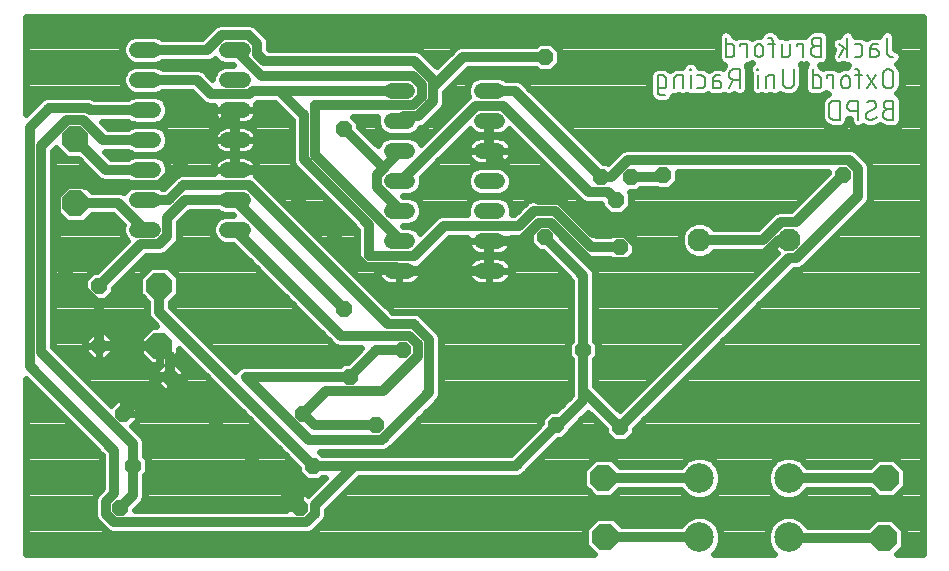
<source format=gbl>
G75*
%MOIN*%
%OFA0B0*%
%FSLAX25Y25*%
%IPPOS*%
%LPD*%
%AMOC8*
5,1,8,0,0,1.08239X$1,22.5*
%
%ADD10C,0.00600*%
%ADD11C,0.05200*%
%ADD12C,0.09843*%
%ADD13C,0.07677*%
%ADD14OC8,0.05200*%
%ADD15OC8,0.08500*%
%ADD16C,0.03200*%
%ADD17C,0.02400*%
D10*
X0219306Y0160867D02*
X0220728Y0160867D01*
X0219306Y0160866D02*
X0219242Y0160868D01*
X0219177Y0160874D01*
X0219114Y0160883D01*
X0219051Y0160897D01*
X0218989Y0160914D01*
X0218928Y0160935D01*
X0218868Y0160960D01*
X0218810Y0160988D01*
X0218754Y0161020D01*
X0218700Y0161055D01*
X0218648Y0161093D01*
X0218598Y0161134D01*
X0218552Y0161179D01*
X0218507Y0161225D01*
X0218466Y0161275D01*
X0218428Y0161327D01*
X0218393Y0161381D01*
X0218361Y0161437D01*
X0218333Y0161495D01*
X0218308Y0161555D01*
X0218287Y0161616D01*
X0218270Y0161678D01*
X0218256Y0161741D01*
X0218247Y0161804D01*
X0218241Y0161869D01*
X0218239Y0161933D01*
X0218240Y0161933D02*
X0218240Y0167267D01*
X0220017Y0167267D01*
X0220081Y0167265D01*
X0220146Y0167259D01*
X0220209Y0167250D01*
X0220272Y0167236D01*
X0220334Y0167219D01*
X0220395Y0167198D01*
X0220455Y0167173D01*
X0220513Y0167145D01*
X0220569Y0167113D01*
X0220623Y0167078D01*
X0220675Y0167040D01*
X0220725Y0166999D01*
X0220771Y0166954D01*
X0220816Y0166908D01*
X0220857Y0166858D01*
X0220895Y0166806D01*
X0220930Y0166752D01*
X0220962Y0166696D01*
X0220990Y0166638D01*
X0221015Y0166578D01*
X0221036Y0166517D01*
X0221053Y0166455D01*
X0221067Y0166392D01*
X0221076Y0166329D01*
X0221082Y0166264D01*
X0221084Y0166200D01*
X0221084Y0164067D01*
X0221082Y0164003D01*
X0221076Y0163938D01*
X0221067Y0163875D01*
X0221053Y0163812D01*
X0221036Y0163750D01*
X0221015Y0163689D01*
X0220990Y0163629D01*
X0220962Y0163571D01*
X0220930Y0163515D01*
X0220895Y0163461D01*
X0220857Y0163409D01*
X0220816Y0163359D01*
X0220771Y0163313D01*
X0220725Y0163268D01*
X0220675Y0163227D01*
X0220623Y0163189D01*
X0220569Y0163154D01*
X0220513Y0163122D01*
X0220455Y0163094D01*
X0220395Y0163069D01*
X0220334Y0163048D01*
X0220272Y0163031D01*
X0220209Y0163017D01*
X0220146Y0163008D01*
X0220081Y0163002D01*
X0220017Y0163000D01*
X0218240Y0163000D01*
X0223749Y0163000D02*
X0223749Y0166200D01*
X0223751Y0166264D01*
X0223757Y0166329D01*
X0223766Y0166392D01*
X0223780Y0166455D01*
X0223797Y0166517D01*
X0223818Y0166578D01*
X0223843Y0166638D01*
X0223871Y0166696D01*
X0223903Y0166752D01*
X0223938Y0166806D01*
X0223976Y0166858D01*
X0224017Y0166908D01*
X0224062Y0166954D01*
X0224108Y0166999D01*
X0224158Y0167040D01*
X0224210Y0167078D01*
X0224264Y0167113D01*
X0224320Y0167145D01*
X0224378Y0167173D01*
X0224438Y0167198D01*
X0224499Y0167219D01*
X0224561Y0167236D01*
X0224624Y0167250D01*
X0224687Y0167259D01*
X0224752Y0167265D01*
X0224816Y0167267D01*
X0226594Y0167267D01*
X0226594Y0163000D01*
X0229274Y0163000D02*
X0229274Y0167267D01*
X0229096Y0169044D02*
X0229452Y0169044D01*
X0229452Y0169400D01*
X0229096Y0169400D01*
X0229096Y0169044D01*
X0231483Y0167267D02*
X0232905Y0167267D01*
X0232969Y0167265D01*
X0233034Y0167259D01*
X0233097Y0167250D01*
X0233160Y0167236D01*
X0233222Y0167219D01*
X0233283Y0167198D01*
X0233343Y0167173D01*
X0233401Y0167145D01*
X0233457Y0167113D01*
X0233511Y0167078D01*
X0233563Y0167040D01*
X0233613Y0166999D01*
X0233659Y0166954D01*
X0233704Y0166908D01*
X0233745Y0166858D01*
X0233783Y0166806D01*
X0233818Y0166752D01*
X0233850Y0166696D01*
X0233878Y0166638D01*
X0233903Y0166578D01*
X0233924Y0166517D01*
X0233941Y0166455D01*
X0233955Y0166392D01*
X0233964Y0166329D01*
X0233970Y0166264D01*
X0233972Y0166200D01*
X0233972Y0164067D01*
X0233970Y0164003D01*
X0233964Y0163938D01*
X0233955Y0163875D01*
X0233941Y0163812D01*
X0233924Y0163750D01*
X0233903Y0163689D01*
X0233878Y0163629D01*
X0233850Y0163571D01*
X0233818Y0163515D01*
X0233783Y0163461D01*
X0233745Y0163409D01*
X0233704Y0163359D01*
X0233659Y0163313D01*
X0233613Y0163268D01*
X0233563Y0163227D01*
X0233511Y0163189D01*
X0233457Y0163154D01*
X0233401Y0163122D01*
X0233343Y0163094D01*
X0233283Y0163069D01*
X0233222Y0163048D01*
X0233160Y0163031D01*
X0233097Y0163017D01*
X0233034Y0163008D01*
X0232969Y0163002D01*
X0232905Y0163000D01*
X0231483Y0163000D01*
X0236702Y0163000D02*
X0236702Y0166200D01*
X0236702Y0165489D02*
X0238302Y0165489D01*
X0236701Y0166200D02*
X0236703Y0166264D01*
X0236709Y0166329D01*
X0236718Y0166392D01*
X0236732Y0166455D01*
X0236749Y0166517D01*
X0236770Y0166578D01*
X0236795Y0166638D01*
X0236823Y0166696D01*
X0236855Y0166752D01*
X0236890Y0166806D01*
X0236928Y0166858D01*
X0236969Y0166908D01*
X0237014Y0166954D01*
X0237060Y0166999D01*
X0237110Y0167040D01*
X0237162Y0167078D01*
X0237216Y0167113D01*
X0237272Y0167145D01*
X0237330Y0167173D01*
X0237390Y0167198D01*
X0237451Y0167219D01*
X0237513Y0167236D01*
X0237576Y0167250D01*
X0237639Y0167259D01*
X0237704Y0167265D01*
X0237768Y0167267D01*
X0239190Y0167267D01*
X0243447Y0165844D02*
X0242025Y0163000D01*
X0238302Y0163000D02*
X0236702Y0163000D01*
X0238302Y0163000D02*
X0238372Y0163002D01*
X0238441Y0163008D01*
X0238510Y0163018D01*
X0238579Y0163031D01*
X0238646Y0163049D01*
X0238713Y0163070D01*
X0238778Y0163095D01*
X0238842Y0163123D01*
X0238904Y0163155D01*
X0238964Y0163191D01*
X0239022Y0163229D01*
X0239078Y0163271D01*
X0239131Y0163316D01*
X0239182Y0163364D01*
X0239230Y0163415D01*
X0239275Y0163468D01*
X0239317Y0163524D01*
X0239355Y0163582D01*
X0239391Y0163642D01*
X0239423Y0163704D01*
X0239451Y0163768D01*
X0239476Y0163833D01*
X0239497Y0163900D01*
X0239515Y0163967D01*
X0239528Y0164036D01*
X0239538Y0164105D01*
X0239544Y0164174D01*
X0239546Y0164244D01*
X0239544Y0164314D01*
X0239538Y0164383D01*
X0239528Y0164452D01*
X0239515Y0164521D01*
X0239497Y0164588D01*
X0239476Y0164655D01*
X0239451Y0164720D01*
X0239423Y0164784D01*
X0239391Y0164846D01*
X0239355Y0164906D01*
X0239317Y0164964D01*
X0239275Y0165020D01*
X0239230Y0165073D01*
X0239182Y0165124D01*
X0239131Y0165172D01*
X0239078Y0165217D01*
X0239022Y0165259D01*
X0238964Y0165297D01*
X0238904Y0165333D01*
X0238842Y0165365D01*
X0238778Y0165393D01*
X0238713Y0165418D01*
X0238646Y0165439D01*
X0238579Y0165457D01*
X0238510Y0165470D01*
X0238441Y0165480D01*
X0238372Y0165486D01*
X0238302Y0165488D01*
X0243803Y0165844D02*
X0245580Y0165844D01*
X0243803Y0165844D02*
X0243720Y0165846D01*
X0243637Y0165852D01*
X0243554Y0165862D01*
X0243471Y0165875D01*
X0243390Y0165893D01*
X0243309Y0165914D01*
X0243230Y0165939D01*
X0243152Y0165968D01*
X0243075Y0166000D01*
X0243000Y0166036D01*
X0242926Y0166075D01*
X0242855Y0166118D01*
X0242785Y0166164D01*
X0242718Y0166214D01*
X0242653Y0166266D01*
X0242591Y0166321D01*
X0242531Y0166380D01*
X0242474Y0166441D01*
X0242420Y0166504D01*
X0242369Y0166570D01*
X0242322Y0166639D01*
X0242277Y0166709D01*
X0242236Y0166782D01*
X0242199Y0166856D01*
X0242164Y0166932D01*
X0242134Y0167010D01*
X0242107Y0167088D01*
X0242084Y0167169D01*
X0242064Y0167250D01*
X0242049Y0167332D01*
X0242037Y0167414D01*
X0242029Y0167497D01*
X0242025Y0167580D01*
X0242025Y0167664D01*
X0242029Y0167747D01*
X0242037Y0167830D01*
X0242049Y0167912D01*
X0242064Y0167994D01*
X0242084Y0168075D01*
X0242107Y0168156D01*
X0242134Y0168234D01*
X0242164Y0168312D01*
X0242199Y0168388D01*
X0242236Y0168462D01*
X0242277Y0168535D01*
X0242322Y0168605D01*
X0242369Y0168674D01*
X0242420Y0168740D01*
X0242474Y0168803D01*
X0242531Y0168864D01*
X0242591Y0168923D01*
X0242653Y0168978D01*
X0242718Y0169030D01*
X0242785Y0169080D01*
X0242855Y0169126D01*
X0242926Y0169169D01*
X0243000Y0169208D01*
X0243075Y0169244D01*
X0243152Y0169276D01*
X0243230Y0169305D01*
X0243309Y0169330D01*
X0243390Y0169351D01*
X0243471Y0169369D01*
X0243554Y0169382D01*
X0243637Y0169392D01*
X0243720Y0169398D01*
X0243803Y0169400D01*
X0245580Y0169400D01*
X0245580Y0163000D01*
X0251634Y0163000D02*
X0251634Y0167267D01*
X0251456Y0169044D02*
X0251812Y0169044D01*
X0251812Y0169400D01*
X0251456Y0169400D01*
X0251456Y0169044D01*
X0254314Y0166200D02*
X0254314Y0163000D01*
X0257159Y0163000D02*
X0257159Y0167267D01*
X0255381Y0167267D01*
X0255317Y0167265D01*
X0255252Y0167259D01*
X0255189Y0167250D01*
X0255126Y0167236D01*
X0255064Y0167219D01*
X0255003Y0167198D01*
X0254943Y0167173D01*
X0254885Y0167145D01*
X0254829Y0167113D01*
X0254775Y0167078D01*
X0254723Y0167040D01*
X0254673Y0166999D01*
X0254627Y0166954D01*
X0254582Y0166908D01*
X0254541Y0166858D01*
X0254503Y0166806D01*
X0254468Y0166752D01*
X0254436Y0166696D01*
X0254408Y0166638D01*
X0254383Y0166578D01*
X0254362Y0166517D01*
X0254345Y0166455D01*
X0254331Y0166392D01*
X0254322Y0166329D01*
X0254316Y0166264D01*
X0254314Y0166200D01*
X0260113Y0164778D02*
X0260113Y0169400D01*
X0263668Y0169400D02*
X0263668Y0164778D01*
X0263669Y0164778D02*
X0263667Y0164695D01*
X0263661Y0164612D01*
X0263651Y0164529D01*
X0263638Y0164446D01*
X0263620Y0164365D01*
X0263599Y0164284D01*
X0263574Y0164205D01*
X0263545Y0164127D01*
X0263513Y0164050D01*
X0263477Y0163975D01*
X0263438Y0163901D01*
X0263395Y0163830D01*
X0263349Y0163760D01*
X0263299Y0163693D01*
X0263247Y0163628D01*
X0263192Y0163566D01*
X0263133Y0163506D01*
X0263072Y0163449D01*
X0263009Y0163395D01*
X0262943Y0163344D01*
X0262874Y0163297D01*
X0262804Y0163252D01*
X0262731Y0163211D01*
X0262657Y0163174D01*
X0262581Y0163139D01*
X0262503Y0163109D01*
X0262425Y0163082D01*
X0262344Y0163059D01*
X0262263Y0163039D01*
X0262181Y0163024D01*
X0262099Y0163012D01*
X0262016Y0163004D01*
X0261933Y0163000D01*
X0261849Y0163000D01*
X0261766Y0163004D01*
X0261683Y0163012D01*
X0261601Y0163024D01*
X0261519Y0163039D01*
X0261438Y0163059D01*
X0261357Y0163082D01*
X0261279Y0163109D01*
X0261201Y0163139D01*
X0261125Y0163174D01*
X0261051Y0163211D01*
X0260978Y0163252D01*
X0260908Y0163297D01*
X0260839Y0163344D01*
X0260773Y0163395D01*
X0260710Y0163449D01*
X0260649Y0163506D01*
X0260590Y0163566D01*
X0260535Y0163628D01*
X0260483Y0163693D01*
X0260433Y0163760D01*
X0260387Y0163830D01*
X0260344Y0163901D01*
X0260305Y0163975D01*
X0260269Y0164050D01*
X0260237Y0164127D01*
X0260208Y0164205D01*
X0260183Y0164284D01*
X0260162Y0164365D01*
X0260144Y0164446D01*
X0260131Y0164529D01*
X0260121Y0164612D01*
X0260115Y0164695D01*
X0260113Y0164778D01*
X0269933Y0163000D02*
X0269933Y0169400D01*
X0269933Y0167267D02*
X0271711Y0167267D01*
X0271775Y0167265D01*
X0271840Y0167259D01*
X0271903Y0167250D01*
X0271966Y0167236D01*
X0272028Y0167219D01*
X0272089Y0167198D01*
X0272149Y0167173D01*
X0272207Y0167145D01*
X0272263Y0167113D01*
X0272317Y0167078D01*
X0272369Y0167040D01*
X0272419Y0166999D01*
X0272465Y0166954D01*
X0272510Y0166908D01*
X0272551Y0166858D01*
X0272589Y0166806D01*
X0272624Y0166752D01*
X0272656Y0166696D01*
X0272684Y0166638D01*
X0272709Y0166578D01*
X0272730Y0166517D01*
X0272747Y0166455D01*
X0272761Y0166392D01*
X0272770Y0166329D01*
X0272776Y0166264D01*
X0272778Y0166200D01*
X0272778Y0164067D01*
X0272776Y0164003D01*
X0272770Y0163938D01*
X0272761Y0163875D01*
X0272747Y0163812D01*
X0272730Y0163750D01*
X0272709Y0163689D01*
X0272684Y0163629D01*
X0272656Y0163571D01*
X0272624Y0163515D01*
X0272589Y0163461D01*
X0272551Y0163409D01*
X0272510Y0163359D01*
X0272465Y0163313D01*
X0272419Y0163268D01*
X0272369Y0163227D01*
X0272317Y0163189D01*
X0272263Y0163154D01*
X0272207Y0163122D01*
X0272149Y0163094D01*
X0272089Y0163069D01*
X0272028Y0163048D01*
X0271966Y0163031D01*
X0271903Y0163017D01*
X0271840Y0163008D01*
X0271775Y0163002D01*
X0271711Y0163000D01*
X0269933Y0163000D01*
X0274685Y0166556D02*
X0274685Y0167267D01*
X0276818Y0167267D01*
X0276818Y0163000D01*
X0279546Y0164422D02*
X0279546Y0165844D01*
X0279548Y0165918D01*
X0279554Y0165993D01*
X0279564Y0166066D01*
X0279577Y0166140D01*
X0279594Y0166212D01*
X0279616Y0166283D01*
X0279640Y0166354D01*
X0279669Y0166422D01*
X0279701Y0166490D01*
X0279737Y0166555D01*
X0279775Y0166618D01*
X0279818Y0166680D01*
X0279863Y0166739D01*
X0279911Y0166796D01*
X0279962Y0166850D01*
X0280016Y0166901D01*
X0280073Y0166949D01*
X0280132Y0166994D01*
X0280194Y0167037D01*
X0280257Y0167075D01*
X0280322Y0167111D01*
X0280390Y0167143D01*
X0280458Y0167172D01*
X0280529Y0167196D01*
X0280600Y0167218D01*
X0280672Y0167235D01*
X0280746Y0167248D01*
X0280819Y0167258D01*
X0280894Y0167264D01*
X0280968Y0167266D01*
X0281042Y0167264D01*
X0281117Y0167258D01*
X0281190Y0167248D01*
X0281264Y0167235D01*
X0281336Y0167218D01*
X0281407Y0167196D01*
X0281478Y0167172D01*
X0281546Y0167143D01*
X0281614Y0167111D01*
X0281679Y0167075D01*
X0281742Y0167037D01*
X0281804Y0166994D01*
X0281863Y0166949D01*
X0281920Y0166901D01*
X0281974Y0166850D01*
X0282025Y0166796D01*
X0282073Y0166739D01*
X0282118Y0166680D01*
X0282161Y0166618D01*
X0282199Y0166555D01*
X0282235Y0166490D01*
X0282267Y0166422D01*
X0282296Y0166354D01*
X0282320Y0166283D01*
X0282342Y0166212D01*
X0282359Y0166140D01*
X0282372Y0166066D01*
X0282382Y0165993D01*
X0282388Y0165918D01*
X0282390Y0165844D01*
X0282390Y0164422D01*
X0282388Y0164348D01*
X0282382Y0164273D01*
X0282372Y0164200D01*
X0282359Y0164126D01*
X0282342Y0164054D01*
X0282320Y0163983D01*
X0282296Y0163912D01*
X0282267Y0163844D01*
X0282235Y0163776D01*
X0282199Y0163711D01*
X0282161Y0163648D01*
X0282118Y0163586D01*
X0282073Y0163527D01*
X0282025Y0163470D01*
X0281974Y0163416D01*
X0281920Y0163365D01*
X0281863Y0163317D01*
X0281804Y0163272D01*
X0281742Y0163229D01*
X0281679Y0163191D01*
X0281614Y0163155D01*
X0281546Y0163123D01*
X0281478Y0163094D01*
X0281407Y0163070D01*
X0281336Y0163048D01*
X0281264Y0163031D01*
X0281190Y0163018D01*
X0281117Y0163008D01*
X0281042Y0163002D01*
X0280968Y0163000D01*
X0280894Y0163002D01*
X0280819Y0163008D01*
X0280746Y0163018D01*
X0280672Y0163031D01*
X0280600Y0163048D01*
X0280529Y0163070D01*
X0280458Y0163094D01*
X0280390Y0163123D01*
X0280322Y0163155D01*
X0280257Y0163191D01*
X0280194Y0163229D01*
X0280132Y0163272D01*
X0280073Y0163317D01*
X0280016Y0163365D01*
X0279962Y0163416D01*
X0279911Y0163470D01*
X0279863Y0163527D01*
X0279818Y0163586D01*
X0279775Y0163648D01*
X0279737Y0163711D01*
X0279701Y0163776D01*
X0279669Y0163844D01*
X0279640Y0163912D01*
X0279616Y0163983D01*
X0279594Y0164054D01*
X0279577Y0164126D01*
X0279564Y0164200D01*
X0279554Y0164273D01*
X0279548Y0164348D01*
X0279546Y0164422D01*
X0284106Y0167267D02*
X0286239Y0167267D01*
X0285528Y0168333D02*
X0285528Y0163000D01*
X0288161Y0163000D02*
X0291006Y0167267D01*
X0293344Y0167622D02*
X0293344Y0164778D01*
X0293346Y0164695D01*
X0293352Y0164612D01*
X0293362Y0164529D01*
X0293375Y0164446D01*
X0293393Y0164365D01*
X0293414Y0164284D01*
X0293439Y0164205D01*
X0293468Y0164127D01*
X0293500Y0164050D01*
X0293536Y0163975D01*
X0293575Y0163901D01*
X0293618Y0163830D01*
X0293664Y0163760D01*
X0293714Y0163693D01*
X0293766Y0163628D01*
X0293821Y0163566D01*
X0293880Y0163506D01*
X0293941Y0163449D01*
X0294004Y0163395D01*
X0294070Y0163344D01*
X0294139Y0163297D01*
X0294209Y0163252D01*
X0294282Y0163211D01*
X0294356Y0163174D01*
X0294432Y0163139D01*
X0294510Y0163109D01*
X0294588Y0163082D01*
X0294669Y0163059D01*
X0294750Y0163039D01*
X0294832Y0163024D01*
X0294914Y0163012D01*
X0294997Y0163004D01*
X0295080Y0163000D01*
X0295164Y0163000D01*
X0295247Y0163004D01*
X0295330Y0163012D01*
X0295412Y0163024D01*
X0295494Y0163039D01*
X0295575Y0163059D01*
X0295656Y0163082D01*
X0295734Y0163109D01*
X0295812Y0163139D01*
X0295888Y0163174D01*
X0295962Y0163211D01*
X0296035Y0163252D01*
X0296105Y0163297D01*
X0296174Y0163344D01*
X0296240Y0163395D01*
X0296303Y0163449D01*
X0296364Y0163506D01*
X0296423Y0163566D01*
X0296478Y0163628D01*
X0296530Y0163693D01*
X0296580Y0163760D01*
X0296626Y0163830D01*
X0296669Y0163901D01*
X0296708Y0163975D01*
X0296744Y0164050D01*
X0296776Y0164127D01*
X0296805Y0164205D01*
X0296830Y0164284D01*
X0296851Y0164365D01*
X0296869Y0164446D01*
X0296882Y0164529D01*
X0296892Y0164612D01*
X0296898Y0164695D01*
X0296900Y0164778D01*
X0296900Y0167622D01*
X0296898Y0167705D01*
X0296892Y0167788D01*
X0296882Y0167871D01*
X0296869Y0167954D01*
X0296851Y0168035D01*
X0296830Y0168116D01*
X0296805Y0168195D01*
X0296776Y0168273D01*
X0296744Y0168350D01*
X0296708Y0168425D01*
X0296669Y0168499D01*
X0296626Y0168570D01*
X0296580Y0168640D01*
X0296530Y0168707D01*
X0296478Y0168772D01*
X0296423Y0168834D01*
X0296364Y0168894D01*
X0296303Y0168951D01*
X0296240Y0169005D01*
X0296174Y0169056D01*
X0296105Y0169103D01*
X0296035Y0169148D01*
X0295962Y0169189D01*
X0295888Y0169226D01*
X0295812Y0169261D01*
X0295734Y0169291D01*
X0295656Y0169318D01*
X0295575Y0169341D01*
X0295494Y0169361D01*
X0295412Y0169376D01*
X0295330Y0169388D01*
X0295247Y0169396D01*
X0295164Y0169400D01*
X0295080Y0169400D01*
X0294997Y0169396D01*
X0294914Y0169388D01*
X0294832Y0169376D01*
X0294750Y0169361D01*
X0294669Y0169341D01*
X0294588Y0169318D01*
X0294510Y0169291D01*
X0294432Y0169261D01*
X0294356Y0169226D01*
X0294282Y0169189D01*
X0294209Y0169148D01*
X0294139Y0169103D01*
X0294070Y0169056D01*
X0294004Y0169005D01*
X0293941Y0168951D01*
X0293880Y0168894D01*
X0293821Y0168834D01*
X0293766Y0168772D01*
X0293714Y0168707D01*
X0293664Y0168640D01*
X0293618Y0168570D01*
X0293575Y0168499D01*
X0293536Y0168425D01*
X0293500Y0168350D01*
X0293468Y0168273D01*
X0293439Y0168195D01*
X0293414Y0168116D01*
X0293393Y0168035D01*
X0293375Y0167954D01*
X0293362Y0167871D01*
X0293352Y0167788D01*
X0293346Y0167705D01*
X0293344Y0167622D01*
X0291006Y0163000D02*
X0288161Y0167267D01*
X0285528Y0168333D02*
X0285526Y0168397D01*
X0285520Y0168462D01*
X0285511Y0168525D01*
X0285497Y0168588D01*
X0285480Y0168650D01*
X0285459Y0168711D01*
X0285434Y0168771D01*
X0285406Y0168829D01*
X0285374Y0168885D01*
X0285339Y0168939D01*
X0285301Y0168991D01*
X0285260Y0169041D01*
X0285215Y0169087D01*
X0285169Y0169132D01*
X0285119Y0169173D01*
X0285067Y0169211D01*
X0285013Y0169246D01*
X0284957Y0169278D01*
X0284899Y0169306D01*
X0284839Y0169331D01*
X0284778Y0169352D01*
X0284716Y0169369D01*
X0284653Y0169383D01*
X0284590Y0169392D01*
X0284525Y0169398D01*
X0284461Y0169400D01*
X0284106Y0169400D01*
X0284005Y0173500D02*
X0285427Y0173500D01*
X0285491Y0173502D01*
X0285556Y0173508D01*
X0285619Y0173517D01*
X0285682Y0173531D01*
X0285744Y0173548D01*
X0285805Y0173569D01*
X0285865Y0173594D01*
X0285923Y0173622D01*
X0285979Y0173654D01*
X0286033Y0173689D01*
X0286085Y0173727D01*
X0286135Y0173768D01*
X0286181Y0173813D01*
X0286226Y0173859D01*
X0286267Y0173909D01*
X0286305Y0173961D01*
X0286340Y0174015D01*
X0286372Y0174071D01*
X0286400Y0174129D01*
X0286425Y0174189D01*
X0286446Y0174250D01*
X0286463Y0174312D01*
X0286477Y0174375D01*
X0286486Y0174438D01*
X0286492Y0174503D01*
X0286494Y0174567D01*
X0286494Y0176700D01*
X0286492Y0176764D01*
X0286486Y0176829D01*
X0286477Y0176892D01*
X0286463Y0176955D01*
X0286446Y0177017D01*
X0286425Y0177078D01*
X0286400Y0177138D01*
X0286372Y0177196D01*
X0286340Y0177252D01*
X0286305Y0177306D01*
X0286267Y0177358D01*
X0286226Y0177408D01*
X0286181Y0177454D01*
X0286135Y0177499D01*
X0286085Y0177540D01*
X0286033Y0177578D01*
X0285979Y0177613D01*
X0285923Y0177645D01*
X0285865Y0177673D01*
X0285805Y0177698D01*
X0285744Y0177719D01*
X0285682Y0177736D01*
X0285619Y0177750D01*
X0285556Y0177759D01*
X0285491Y0177765D01*
X0285427Y0177767D01*
X0284005Y0177767D01*
X0281511Y0179900D02*
X0281511Y0173500D01*
X0281511Y0175633D02*
X0278666Y0177767D01*
X0280266Y0176522D02*
X0278666Y0173500D01*
X0272824Y0173500D02*
X0272824Y0179900D01*
X0271046Y0179900D01*
X0270972Y0179898D01*
X0270897Y0179892D01*
X0270824Y0179882D01*
X0270750Y0179869D01*
X0270678Y0179852D01*
X0270607Y0179830D01*
X0270536Y0179806D01*
X0270468Y0179777D01*
X0270400Y0179745D01*
X0270335Y0179709D01*
X0270272Y0179671D01*
X0270210Y0179628D01*
X0270151Y0179583D01*
X0270094Y0179535D01*
X0270040Y0179484D01*
X0269989Y0179430D01*
X0269941Y0179373D01*
X0269896Y0179314D01*
X0269853Y0179252D01*
X0269815Y0179189D01*
X0269779Y0179124D01*
X0269747Y0179056D01*
X0269718Y0178988D01*
X0269694Y0178917D01*
X0269672Y0178846D01*
X0269655Y0178774D01*
X0269642Y0178700D01*
X0269632Y0178627D01*
X0269626Y0178552D01*
X0269624Y0178478D01*
X0269626Y0178404D01*
X0269632Y0178329D01*
X0269642Y0178256D01*
X0269655Y0178182D01*
X0269672Y0178110D01*
X0269694Y0178039D01*
X0269718Y0177968D01*
X0269747Y0177900D01*
X0269779Y0177832D01*
X0269815Y0177767D01*
X0269853Y0177704D01*
X0269896Y0177642D01*
X0269941Y0177583D01*
X0269989Y0177526D01*
X0270040Y0177472D01*
X0270094Y0177421D01*
X0270151Y0177373D01*
X0270210Y0177328D01*
X0270272Y0177285D01*
X0270335Y0177247D01*
X0270400Y0177211D01*
X0270468Y0177179D01*
X0270536Y0177150D01*
X0270607Y0177126D01*
X0270678Y0177104D01*
X0270750Y0177087D01*
X0270824Y0177074D01*
X0270897Y0177064D01*
X0270972Y0177058D01*
X0271046Y0177056D01*
X0272824Y0177056D01*
X0271046Y0177056D02*
X0270963Y0177054D01*
X0270880Y0177048D01*
X0270797Y0177038D01*
X0270714Y0177025D01*
X0270633Y0177007D01*
X0270552Y0176986D01*
X0270473Y0176961D01*
X0270395Y0176932D01*
X0270318Y0176900D01*
X0270243Y0176864D01*
X0270169Y0176825D01*
X0270098Y0176782D01*
X0270028Y0176736D01*
X0269961Y0176686D01*
X0269896Y0176634D01*
X0269834Y0176579D01*
X0269774Y0176520D01*
X0269717Y0176459D01*
X0269663Y0176396D01*
X0269612Y0176330D01*
X0269565Y0176261D01*
X0269520Y0176191D01*
X0269479Y0176118D01*
X0269442Y0176044D01*
X0269407Y0175968D01*
X0269377Y0175890D01*
X0269350Y0175812D01*
X0269327Y0175731D01*
X0269307Y0175650D01*
X0269292Y0175568D01*
X0269280Y0175486D01*
X0269272Y0175403D01*
X0269268Y0175320D01*
X0269268Y0175236D01*
X0269272Y0175153D01*
X0269280Y0175070D01*
X0269292Y0174988D01*
X0269307Y0174906D01*
X0269327Y0174825D01*
X0269350Y0174744D01*
X0269377Y0174666D01*
X0269407Y0174588D01*
X0269442Y0174512D01*
X0269479Y0174438D01*
X0269520Y0174365D01*
X0269565Y0174295D01*
X0269612Y0174226D01*
X0269663Y0174160D01*
X0269717Y0174097D01*
X0269774Y0174036D01*
X0269834Y0173977D01*
X0269896Y0173922D01*
X0269961Y0173870D01*
X0270028Y0173820D01*
X0270098Y0173774D01*
X0270169Y0173731D01*
X0270243Y0173692D01*
X0270318Y0173656D01*
X0270395Y0173624D01*
X0270473Y0173595D01*
X0270552Y0173570D01*
X0270633Y0173549D01*
X0270714Y0173531D01*
X0270797Y0173518D01*
X0270880Y0173508D01*
X0270963Y0173502D01*
X0271046Y0173500D01*
X0272824Y0173500D01*
X0266774Y0173500D02*
X0266774Y0177767D01*
X0264641Y0177767D01*
X0264641Y0177056D01*
X0262500Y0177767D02*
X0262500Y0174567D01*
X0262498Y0174503D01*
X0262492Y0174438D01*
X0262483Y0174375D01*
X0262469Y0174312D01*
X0262452Y0174250D01*
X0262431Y0174189D01*
X0262406Y0174129D01*
X0262378Y0174071D01*
X0262346Y0174015D01*
X0262311Y0173961D01*
X0262273Y0173909D01*
X0262232Y0173859D01*
X0262187Y0173813D01*
X0262141Y0173768D01*
X0262091Y0173727D01*
X0262039Y0173689D01*
X0261985Y0173654D01*
X0261929Y0173622D01*
X0261871Y0173594D01*
X0261811Y0173569D01*
X0261750Y0173548D01*
X0261688Y0173531D01*
X0261625Y0173517D01*
X0261562Y0173508D01*
X0261497Y0173502D01*
X0261433Y0173500D01*
X0259655Y0173500D01*
X0259655Y0177767D01*
X0257323Y0177767D02*
X0255189Y0177767D01*
X0256612Y0178833D02*
X0256610Y0178897D01*
X0256604Y0178962D01*
X0256595Y0179025D01*
X0256581Y0179088D01*
X0256564Y0179150D01*
X0256543Y0179211D01*
X0256518Y0179271D01*
X0256490Y0179329D01*
X0256458Y0179385D01*
X0256423Y0179439D01*
X0256385Y0179491D01*
X0256344Y0179541D01*
X0256299Y0179587D01*
X0256253Y0179632D01*
X0256203Y0179673D01*
X0256151Y0179711D01*
X0256097Y0179746D01*
X0256041Y0179778D01*
X0255983Y0179806D01*
X0255923Y0179831D01*
X0255862Y0179852D01*
X0255800Y0179869D01*
X0255737Y0179883D01*
X0255674Y0179892D01*
X0255609Y0179898D01*
X0255545Y0179900D01*
X0255189Y0179900D01*
X0256612Y0178833D02*
X0256612Y0173500D01*
X0253474Y0174922D02*
X0253474Y0176344D01*
X0253472Y0176418D01*
X0253466Y0176493D01*
X0253456Y0176566D01*
X0253443Y0176640D01*
X0253426Y0176712D01*
X0253404Y0176783D01*
X0253380Y0176854D01*
X0253351Y0176922D01*
X0253319Y0176990D01*
X0253283Y0177055D01*
X0253245Y0177118D01*
X0253202Y0177180D01*
X0253157Y0177239D01*
X0253109Y0177296D01*
X0253058Y0177350D01*
X0253004Y0177401D01*
X0252947Y0177449D01*
X0252888Y0177494D01*
X0252826Y0177537D01*
X0252763Y0177575D01*
X0252698Y0177611D01*
X0252630Y0177643D01*
X0252562Y0177672D01*
X0252491Y0177696D01*
X0252420Y0177718D01*
X0252348Y0177735D01*
X0252274Y0177748D01*
X0252201Y0177758D01*
X0252126Y0177764D01*
X0252052Y0177766D01*
X0251978Y0177764D01*
X0251903Y0177758D01*
X0251830Y0177748D01*
X0251756Y0177735D01*
X0251684Y0177718D01*
X0251613Y0177696D01*
X0251542Y0177672D01*
X0251474Y0177643D01*
X0251406Y0177611D01*
X0251341Y0177575D01*
X0251278Y0177537D01*
X0251216Y0177494D01*
X0251157Y0177449D01*
X0251100Y0177401D01*
X0251046Y0177350D01*
X0250995Y0177296D01*
X0250947Y0177239D01*
X0250902Y0177180D01*
X0250859Y0177118D01*
X0250821Y0177055D01*
X0250785Y0176990D01*
X0250753Y0176922D01*
X0250724Y0176854D01*
X0250700Y0176783D01*
X0250678Y0176712D01*
X0250661Y0176640D01*
X0250648Y0176566D01*
X0250638Y0176493D01*
X0250632Y0176418D01*
X0250630Y0176344D01*
X0250629Y0176344D02*
X0250629Y0174922D01*
X0250630Y0174922D02*
X0250632Y0174848D01*
X0250638Y0174773D01*
X0250648Y0174700D01*
X0250661Y0174626D01*
X0250678Y0174554D01*
X0250700Y0174483D01*
X0250724Y0174412D01*
X0250753Y0174344D01*
X0250785Y0174276D01*
X0250821Y0174211D01*
X0250859Y0174148D01*
X0250902Y0174086D01*
X0250947Y0174027D01*
X0250995Y0173970D01*
X0251046Y0173916D01*
X0251100Y0173865D01*
X0251157Y0173817D01*
X0251216Y0173772D01*
X0251278Y0173729D01*
X0251341Y0173691D01*
X0251406Y0173655D01*
X0251474Y0173623D01*
X0251542Y0173594D01*
X0251613Y0173570D01*
X0251684Y0173548D01*
X0251756Y0173531D01*
X0251830Y0173518D01*
X0251903Y0173508D01*
X0251978Y0173502D01*
X0252052Y0173500D01*
X0252126Y0173502D01*
X0252201Y0173508D01*
X0252274Y0173518D01*
X0252348Y0173531D01*
X0252420Y0173548D01*
X0252491Y0173570D01*
X0252562Y0173594D01*
X0252630Y0173623D01*
X0252698Y0173655D01*
X0252763Y0173691D01*
X0252826Y0173729D01*
X0252888Y0173772D01*
X0252947Y0173817D01*
X0253004Y0173865D01*
X0253058Y0173916D01*
X0253109Y0173970D01*
X0253157Y0174027D01*
X0253202Y0174086D01*
X0253245Y0174148D01*
X0253283Y0174211D01*
X0253319Y0174276D01*
X0253351Y0174344D01*
X0253380Y0174412D01*
X0253404Y0174483D01*
X0253426Y0174554D01*
X0253443Y0174626D01*
X0253456Y0174700D01*
X0253466Y0174773D01*
X0253472Y0174848D01*
X0253474Y0174922D01*
X0247902Y0173500D02*
X0247902Y0177767D01*
X0245768Y0177767D01*
X0245768Y0177056D01*
X0243861Y0176700D02*
X0243861Y0174567D01*
X0243862Y0174567D02*
X0243860Y0174503D01*
X0243854Y0174438D01*
X0243845Y0174375D01*
X0243831Y0174312D01*
X0243814Y0174250D01*
X0243793Y0174189D01*
X0243768Y0174129D01*
X0243740Y0174071D01*
X0243708Y0174015D01*
X0243673Y0173961D01*
X0243635Y0173909D01*
X0243594Y0173859D01*
X0243549Y0173813D01*
X0243503Y0173768D01*
X0243453Y0173727D01*
X0243401Y0173689D01*
X0243347Y0173654D01*
X0243291Y0173622D01*
X0243233Y0173594D01*
X0243173Y0173569D01*
X0243112Y0173548D01*
X0243050Y0173531D01*
X0242987Y0173517D01*
X0242924Y0173508D01*
X0242859Y0173502D01*
X0242795Y0173500D01*
X0241017Y0173500D01*
X0241017Y0179900D01*
X0241017Y0177767D02*
X0242795Y0177767D01*
X0242859Y0177765D01*
X0242924Y0177759D01*
X0242987Y0177750D01*
X0243050Y0177736D01*
X0243112Y0177719D01*
X0243173Y0177698D01*
X0243233Y0177673D01*
X0243291Y0177645D01*
X0243347Y0177613D01*
X0243401Y0177578D01*
X0243453Y0177540D01*
X0243503Y0177499D01*
X0243549Y0177454D01*
X0243594Y0177408D01*
X0243635Y0177358D01*
X0243673Y0177306D01*
X0243708Y0177252D01*
X0243740Y0177196D01*
X0243768Y0177138D01*
X0243793Y0177078D01*
X0243814Y0177017D01*
X0243831Y0176955D01*
X0243845Y0176892D01*
X0243854Y0176829D01*
X0243860Y0176764D01*
X0243862Y0176700D01*
X0275376Y0157122D02*
X0275376Y0154278D01*
X0275375Y0154278D02*
X0275377Y0154196D01*
X0275383Y0154114D01*
X0275392Y0154032D01*
X0275405Y0153951D01*
X0275422Y0153871D01*
X0275443Y0153791D01*
X0275467Y0153713D01*
X0275495Y0153636D01*
X0275526Y0153560D01*
X0275561Y0153485D01*
X0275600Y0153413D01*
X0275641Y0153342D01*
X0275686Y0153273D01*
X0275734Y0153207D01*
X0275785Y0153142D01*
X0275839Y0153080D01*
X0275896Y0153021D01*
X0275955Y0152964D01*
X0276017Y0152910D01*
X0276082Y0152859D01*
X0276148Y0152811D01*
X0276217Y0152766D01*
X0276288Y0152725D01*
X0276360Y0152686D01*
X0276435Y0152651D01*
X0276511Y0152620D01*
X0276588Y0152592D01*
X0276666Y0152568D01*
X0276746Y0152547D01*
X0276826Y0152530D01*
X0276907Y0152517D01*
X0276989Y0152508D01*
X0277071Y0152502D01*
X0277153Y0152500D01*
X0278931Y0152500D01*
X0278931Y0158900D01*
X0277153Y0158900D01*
X0277071Y0158898D01*
X0276989Y0158892D01*
X0276907Y0158883D01*
X0276826Y0158870D01*
X0276746Y0158853D01*
X0276666Y0158832D01*
X0276588Y0158808D01*
X0276511Y0158780D01*
X0276435Y0158749D01*
X0276360Y0158714D01*
X0276288Y0158675D01*
X0276217Y0158634D01*
X0276148Y0158589D01*
X0276082Y0158541D01*
X0276017Y0158490D01*
X0275955Y0158436D01*
X0275896Y0158379D01*
X0275839Y0158320D01*
X0275785Y0158258D01*
X0275734Y0158193D01*
X0275686Y0158127D01*
X0275641Y0158058D01*
X0275600Y0157987D01*
X0275561Y0157915D01*
X0275526Y0157840D01*
X0275495Y0157764D01*
X0275467Y0157687D01*
X0275443Y0157609D01*
X0275422Y0157529D01*
X0275405Y0157449D01*
X0275392Y0157368D01*
X0275383Y0157286D01*
X0275377Y0157204D01*
X0275375Y0157122D01*
X0283224Y0158900D02*
X0283141Y0158898D01*
X0283058Y0158892D01*
X0282975Y0158882D01*
X0282892Y0158869D01*
X0282811Y0158851D01*
X0282730Y0158830D01*
X0282651Y0158805D01*
X0282573Y0158776D01*
X0282496Y0158744D01*
X0282421Y0158708D01*
X0282347Y0158669D01*
X0282276Y0158626D01*
X0282206Y0158580D01*
X0282139Y0158530D01*
X0282074Y0158478D01*
X0282012Y0158423D01*
X0281952Y0158364D01*
X0281895Y0158303D01*
X0281841Y0158240D01*
X0281790Y0158174D01*
X0281743Y0158105D01*
X0281698Y0158035D01*
X0281657Y0157962D01*
X0281620Y0157888D01*
X0281585Y0157812D01*
X0281555Y0157734D01*
X0281528Y0157656D01*
X0281505Y0157575D01*
X0281485Y0157494D01*
X0281470Y0157412D01*
X0281458Y0157330D01*
X0281450Y0157247D01*
X0281446Y0157164D01*
X0281446Y0157080D01*
X0281450Y0156997D01*
X0281458Y0156914D01*
X0281470Y0156832D01*
X0281485Y0156750D01*
X0281505Y0156669D01*
X0281528Y0156588D01*
X0281555Y0156510D01*
X0281585Y0156432D01*
X0281620Y0156356D01*
X0281657Y0156282D01*
X0281698Y0156209D01*
X0281743Y0156139D01*
X0281790Y0156070D01*
X0281841Y0156004D01*
X0281895Y0155941D01*
X0281952Y0155880D01*
X0282012Y0155821D01*
X0282074Y0155766D01*
X0282139Y0155714D01*
X0282206Y0155664D01*
X0282276Y0155618D01*
X0282347Y0155575D01*
X0282421Y0155536D01*
X0282496Y0155500D01*
X0282573Y0155468D01*
X0282651Y0155439D01*
X0282730Y0155414D01*
X0282811Y0155393D01*
X0282892Y0155375D01*
X0282975Y0155362D01*
X0283058Y0155352D01*
X0283141Y0155346D01*
X0283224Y0155344D01*
X0285002Y0155344D01*
X0285002Y0152500D02*
X0285002Y0158900D01*
X0283224Y0158900D01*
X0288395Y0155167D02*
X0290350Y0156233D01*
X0289639Y0158900D02*
X0289538Y0158898D01*
X0289437Y0158892D01*
X0289337Y0158883D01*
X0289237Y0158869D01*
X0289137Y0158852D01*
X0289038Y0158832D01*
X0288941Y0158807D01*
X0288844Y0158779D01*
X0288748Y0158747D01*
X0288653Y0158711D01*
X0288560Y0158672D01*
X0288469Y0158630D01*
X0288379Y0158584D01*
X0288291Y0158534D01*
X0288205Y0158482D01*
X0288121Y0158426D01*
X0288039Y0158367D01*
X0290350Y0156234D02*
X0290414Y0156274D01*
X0290475Y0156317D01*
X0290534Y0156363D01*
X0290591Y0156412D01*
X0290645Y0156464D01*
X0290696Y0156518D01*
X0290744Y0156576D01*
X0290790Y0156635D01*
X0290832Y0156697D01*
X0290871Y0156762D01*
X0290906Y0156828D01*
X0290938Y0156895D01*
X0290967Y0156965D01*
X0290992Y0157035D01*
X0291013Y0157107D01*
X0291030Y0157180D01*
X0291044Y0157254D01*
X0291053Y0157328D01*
X0291059Y0157403D01*
X0291061Y0157478D01*
X0291059Y0157552D01*
X0291053Y0157627D01*
X0291043Y0157700D01*
X0291030Y0157774D01*
X0291013Y0157846D01*
X0290991Y0157917D01*
X0290967Y0157988D01*
X0290938Y0158056D01*
X0290906Y0158124D01*
X0290870Y0158189D01*
X0290832Y0158252D01*
X0290789Y0158314D01*
X0290744Y0158373D01*
X0290696Y0158430D01*
X0290645Y0158484D01*
X0290591Y0158535D01*
X0290534Y0158583D01*
X0290475Y0158628D01*
X0290413Y0158671D01*
X0290350Y0158709D01*
X0290285Y0158745D01*
X0290217Y0158777D01*
X0290149Y0158806D01*
X0290078Y0158830D01*
X0290007Y0158852D01*
X0289935Y0158869D01*
X0289861Y0158882D01*
X0289788Y0158892D01*
X0289713Y0158898D01*
X0289639Y0158900D01*
X0295122Y0158900D02*
X0296900Y0158900D01*
X0296900Y0152500D01*
X0295122Y0152500D01*
X0295039Y0152502D01*
X0294956Y0152508D01*
X0294873Y0152518D01*
X0294790Y0152531D01*
X0294709Y0152549D01*
X0294628Y0152570D01*
X0294549Y0152595D01*
X0294471Y0152624D01*
X0294394Y0152656D01*
X0294319Y0152692D01*
X0294245Y0152731D01*
X0294174Y0152774D01*
X0294104Y0152820D01*
X0294037Y0152870D01*
X0293972Y0152922D01*
X0293910Y0152977D01*
X0293850Y0153036D01*
X0293793Y0153097D01*
X0293739Y0153160D01*
X0293688Y0153226D01*
X0293641Y0153295D01*
X0293596Y0153365D01*
X0293555Y0153438D01*
X0293518Y0153512D01*
X0293483Y0153588D01*
X0293453Y0153666D01*
X0293426Y0153744D01*
X0293403Y0153825D01*
X0293383Y0153906D01*
X0293368Y0153988D01*
X0293356Y0154070D01*
X0293348Y0154153D01*
X0293344Y0154236D01*
X0293344Y0154320D01*
X0293348Y0154403D01*
X0293356Y0154486D01*
X0293368Y0154568D01*
X0293383Y0154650D01*
X0293403Y0154731D01*
X0293426Y0154812D01*
X0293453Y0154890D01*
X0293483Y0154968D01*
X0293518Y0155044D01*
X0293555Y0155118D01*
X0293596Y0155191D01*
X0293641Y0155261D01*
X0293688Y0155330D01*
X0293739Y0155396D01*
X0293793Y0155459D01*
X0293850Y0155520D01*
X0293910Y0155579D01*
X0293972Y0155634D01*
X0294037Y0155686D01*
X0294104Y0155736D01*
X0294174Y0155782D01*
X0294245Y0155825D01*
X0294319Y0155864D01*
X0294394Y0155900D01*
X0294471Y0155932D01*
X0294549Y0155961D01*
X0294628Y0155986D01*
X0294709Y0156007D01*
X0294790Y0156025D01*
X0294873Y0156038D01*
X0294956Y0156048D01*
X0295039Y0156054D01*
X0295122Y0156056D01*
X0296900Y0156056D01*
X0295122Y0156056D02*
X0295048Y0156058D01*
X0294973Y0156064D01*
X0294900Y0156074D01*
X0294826Y0156087D01*
X0294754Y0156104D01*
X0294683Y0156126D01*
X0294612Y0156150D01*
X0294544Y0156179D01*
X0294476Y0156211D01*
X0294411Y0156247D01*
X0294348Y0156285D01*
X0294286Y0156328D01*
X0294227Y0156373D01*
X0294170Y0156421D01*
X0294116Y0156472D01*
X0294065Y0156526D01*
X0294017Y0156583D01*
X0293972Y0156642D01*
X0293929Y0156704D01*
X0293891Y0156767D01*
X0293855Y0156832D01*
X0293823Y0156900D01*
X0293794Y0156968D01*
X0293770Y0157039D01*
X0293748Y0157110D01*
X0293731Y0157182D01*
X0293718Y0157256D01*
X0293708Y0157329D01*
X0293702Y0157404D01*
X0293700Y0157478D01*
X0293702Y0157552D01*
X0293708Y0157627D01*
X0293718Y0157700D01*
X0293731Y0157774D01*
X0293748Y0157846D01*
X0293770Y0157917D01*
X0293794Y0157988D01*
X0293823Y0158056D01*
X0293855Y0158124D01*
X0293891Y0158189D01*
X0293929Y0158252D01*
X0293972Y0158314D01*
X0294017Y0158373D01*
X0294065Y0158430D01*
X0294116Y0158484D01*
X0294170Y0158535D01*
X0294227Y0158583D01*
X0294286Y0158628D01*
X0294348Y0158671D01*
X0294411Y0158709D01*
X0294476Y0158745D01*
X0294544Y0158777D01*
X0294612Y0158806D01*
X0294683Y0158830D01*
X0294754Y0158852D01*
X0294826Y0158869D01*
X0294900Y0158882D01*
X0294973Y0158892D01*
X0295048Y0158898D01*
X0295122Y0158900D01*
X0291239Y0153389D02*
X0291162Y0153314D01*
X0291082Y0153241D01*
X0290999Y0153172D01*
X0290914Y0153105D01*
X0290827Y0153042D01*
X0290738Y0152982D01*
X0290646Y0152925D01*
X0290553Y0152871D01*
X0290457Y0152821D01*
X0290360Y0152774D01*
X0290261Y0152731D01*
X0290161Y0152691D01*
X0290060Y0152655D01*
X0289957Y0152623D01*
X0289853Y0152594D01*
X0289748Y0152569D01*
X0289642Y0152548D01*
X0289536Y0152531D01*
X0289429Y0152517D01*
X0289321Y0152508D01*
X0289214Y0152502D01*
X0289106Y0152500D01*
X0289032Y0152502D01*
X0288957Y0152508D01*
X0288884Y0152518D01*
X0288810Y0152531D01*
X0288738Y0152548D01*
X0288667Y0152570D01*
X0288596Y0152594D01*
X0288528Y0152623D01*
X0288460Y0152655D01*
X0288395Y0152691D01*
X0288332Y0152729D01*
X0288270Y0152772D01*
X0288211Y0152817D01*
X0288154Y0152865D01*
X0288100Y0152916D01*
X0288049Y0152970D01*
X0288001Y0153027D01*
X0287956Y0153086D01*
X0287913Y0153148D01*
X0287875Y0153211D01*
X0287839Y0153276D01*
X0287807Y0153344D01*
X0287778Y0153412D01*
X0287754Y0153483D01*
X0287732Y0153554D01*
X0287715Y0153626D01*
X0287702Y0153700D01*
X0287692Y0153773D01*
X0287686Y0153848D01*
X0287684Y0153922D01*
X0287686Y0153997D01*
X0287692Y0154072D01*
X0287701Y0154146D01*
X0287715Y0154220D01*
X0287732Y0154293D01*
X0287753Y0154365D01*
X0287778Y0154435D01*
X0287807Y0154505D01*
X0287839Y0154572D01*
X0287874Y0154638D01*
X0287913Y0154703D01*
X0287955Y0154765D01*
X0288001Y0154824D01*
X0288049Y0154882D01*
X0288100Y0154936D01*
X0288154Y0154988D01*
X0288211Y0155037D01*
X0288270Y0155083D01*
X0288331Y0155126D01*
X0288395Y0155166D01*
X0289223Y0173500D02*
X0289223Y0176700D01*
X0289223Y0175989D02*
X0290823Y0175989D01*
X0289223Y0176700D02*
X0289225Y0176764D01*
X0289231Y0176829D01*
X0289240Y0176892D01*
X0289254Y0176955D01*
X0289271Y0177017D01*
X0289292Y0177078D01*
X0289317Y0177138D01*
X0289345Y0177196D01*
X0289377Y0177252D01*
X0289412Y0177306D01*
X0289450Y0177358D01*
X0289491Y0177408D01*
X0289536Y0177454D01*
X0289582Y0177499D01*
X0289632Y0177540D01*
X0289684Y0177578D01*
X0289738Y0177613D01*
X0289794Y0177645D01*
X0289852Y0177673D01*
X0289912Y0177698D01*
X0289973Y0177719D01*
X0290035Y0177736D01*
X0290098Y0177750D01*
X0290161Y0177759D01*
X0290226Y0177765D01*
X0290290Y0177767D01*
X0291712Y0177767D01*
X0294767Y0179900D02*
X0294767Y0174922D01*
X0294769Y0174848D01*
X0294775Y0174773D01*
X0294785Y0174700D01*
X0294798Y0174626D01*
X0294815Y0174554D01*
X0294837Y0174483D01*
X0294861Y0174412D01*
X0294890Y0174344D01*
X0294922Y0174276D01*
X0294958Y0174211D01*
X0294996Y0174148D01*
X0295039Y0174086D01*
X0295084Y0174027D01*
X0295132Y0173970D01*
X0295183Y0173916D01*
X0295237Y0173865D01*
X0295294Y0173817D01*
X0295353Y0173772D01*
X0295415Y0173729D01*
X0295478Y0173691D01*
X0295543Y0173655D01*
X0295611Y0173623D01*
X0295679Y0173594D01*
X0295750Y0173570D01*
X0295821Y0173548D01*
X0295893Y0173531D01*
X0295967Y0173518D01*
X0296040Y0173508D01*
X0296115Y0173502D01*
X0296189Y0173500D01*
X0296900Y0173500D01*
X0290823Y0173500D02*
X0289223Y0173500D01*
X0290823Y0173500D02*
X0290893Y0173502D01*
X0290962Y0173508D01*
X0291031Y0173518D01*
X0291100Y0173531D01*
X0291167Y0173549D01*
X0291234Y0173570D01*
X0291299Y0173595D01*
X0291363Y0173623D01*
X0291425Y0173655D01*
X0291485Y0173691D01*
X0291543Y0173729D01*
X0291599Y0173771D01*
X0291652Y0173816D01*
X0291703Y0173864D01*
X0291751Y0173915D01*
X0291796Y0173968D01*
X0291838Y0174024D01*
X0291876Y0174082D01*
X0291912Y0174142D01*
X0291944Y0174204D01*
X0291972Y0174268D01*
X0291997Y0174333D01*
X0292018Y0174400D01*
X0292036Y0174467D01*
X0292049Y0174536D01*
X0292059Y0174605D01*
X0292065Y0174674D01*
X0292067Y0174744D01*
X0292065Y0174814D01*
X0292059Y0174883D01*
X0292049Y0174952D01*
X0292036Y0175021D01*
X0292018Y0175088D01*
X0291997Y0175155D01*
X0291972Y0175220D01*
X0291944Y0175284D01*
X0291912Y0175346D01*
X0291876Y0175406D01*
X0291838Y0175464D01*
X0291796Y0175520D01*
X0291751Y0175573D01*
X0291703Y0175624D01*
X0291652Y0175672D01*
X0291599Y0175717D01*
X0291543Y0175759D01*
X0291485Y0175797D01*
X0291425Y0175833D01*
X0291363Y0175865D01*
X0291299Y0175893D01*
X0291234Y0175918D01*
X0291167Y0175939D01*
X0291100Y0175957D01*
X0291031Y0175970D01*
X0290962Y0175980D01*
X0290893Y0175986D01*
X0290823Y0175988D01*
D11*
X0164800Y0162200D02*
X0159600Y0162200D01*
X0159600Y0152200D02*
X0164800Y0152200D01*
X0164800Y0142200D02*
X0159600Y0142200D01*
X0159600Y0132200D02*
X0164800Y0132200D01*
X0164800Y0122200D02*
X0159600Y0122200D01*
X0159600Y0112200D02*
X0164800Y0112200D01*
X0164800Y0102200D02*
X0159600Y0102200D01*
X0134800Y0102200D02*
X0129600Y0102200D01*
X0129600Y0112200D02*
X0134800Y0112200D01*
X0134800Y0122200D02*
X0129600Y0122200D01*
X0129600Y0132200D02*
X0134800Y0132200D01*
X0134800Y0142200D02*
X0129600Y0142200D01*
X0129600Y0152200D02*
X0134800Y0152200D01*
X0134800Y0162200D02*
X0129600Y0162200D01*
X0080095Y0165775D02*
X0074895Y0165775D01*
X0074895Y0155775D02*
X0080095Y0155775D01*
X0080095Y0145775D02*
X0074895Y0145775D01*
X0074895Y0135775D02*
X0080095Y0135775D01*
X0080095Y0125775D02*
X0074895Y0125775D01*
X0074895Y0115775D02*
X0080095Y0115775D01*
X0050095Y0115775D02*
X0044895Y0115775D01*
X0044895Y0125775D02*
X0050095Y0125775D01*
X0050095Y0135775D02*
X0044895Y0135775D01*
X0044895Y0145775D02*
X0050095Y0145775D01*
X0050095Y0155775D02*
X0044895Y0155775D01*
X0044895Y0165775D02*
X0050095Y0165775D01*
X0050095Y0175775D02*
X0044895Y0175775D01*
X0074895Y0175775D02*
X0080095Y0175775D01*
D12*
X0232178Y0033096D03*
X0261942Y0033096D03*
X0261942Y0013254D03*
X0232178Y0013254D03*
D13*
X0232178Y0112466D03*
X0261942Y0112466D03*
D14*
X0280180Y0134210D03*
X0220180Y0134210D03*
X0209495Y0133310D03*
X0199495Y0133310D03*
X0204495Y0125810D03*
X0205615Y0109990D03*
X0180640Y0113340D03*
X0193560Y0075655D03*
X0184410Y0050615D03*
X0205615Y0049990D03*
X0133560Y0075655D03*
X0115585Y0066840D03*
X0100105Y0054520D03*
X0124410Y0050615D03*
X0103375Y0037165D03*
X0099175Y0023155D03*
X0043375Y0037165D03*
X0039175Y0023155D03*
X0040105Y0054520D03*
X0055585Y0066840D03*
X0032200Y0077200D03*
X0032200Y0097200D03*
X0113785Y0089410D03*
X0113785Y0149410D03*
X0180640Y0173340D03*
D15*
X0052200Y0097200D03*
X0052200Y0077200D03*
X0024170Y0124730D03*
X0024190Y0146030D03*
X0200200Y0033200D03*
X0200860Y0013425D03*
X0293765Y0012945D03*
X0294515Y0033125D03*
D16*
X0294486Y0033096D01*
X0261942Y0033096D01*
X0232178Y0033096D02*
X0200304Y0033096D01*
X0200200Y0033200D01*
X0205615Y0049990D02*
X0193560Y0062045D01*
X0193560Y0075655D01*
X0193560Y0100420D01*
X0180640Y0113340D01*
X0178652Y0118140D02*
X0172712Y0112200D01*
X0162200Y0112200D01*
X0162200Y0102200D01*
X0132200Y0102200D01*
X0131000Y0103400D01*
X0120626Y0103400D01*
X0088251Y0135775D01*
X0077495Y0135775D01*
X0077495Y0145775D01*
X0077495Y0155775D01*
X0077495Y0155163D01*
X0077495Y0155775D02*
X0052295Y0130575D01*
X0027447Y0130575D01*
X0026842Y0131180D01*
X0021498Y0131180D01*
X0017720Y0127402D01*
X0017720Y0104892D01*
X0032200Y0090412D01*
X0032200Y0077200D01*
X0052200Y0077200D01*
X0055585Y0073815D01*
X0055585Y0066840D01*
X0055585Y0066745D01*
X0099175Y0023155D01*
X0103975Y0023940D02*
X0103975Y0021167D01*
X0101163Y0018355D01*
X0037187Y0018355D01*
X0034375Y0021167D01*
X0034375Y0025143D01*
X0037200Y0027968D01*
X0037200Y0042200D01*
X0008920Y0070480D01*
X0008920Y0149882D01*
X0015318Y0156280D01*
X0028436Y0156280D01*
X0028941Y0155775D01*
X0047495Y0155775D01*
X0047570Y0165700D02*
X0047495Y0165775D01*
X0047570Y0165700D02*
X0064700Y0165700D01*
X0069425Y0160975D01*
X0082083Y0160975D01*
X0083308Y0162200D01*
X0092200Y0162200D01*
X0100328Y0154072D01*
X0100328Y0139310D01*
X0122200Y0117438D01*
X0122200Y0107200D01*
X0137200Y0107200D01*
X0147000Y0117000D01*
X0172138Y0117000D01*
X0177078Y0121940D01*
X0184202Y0121940D01*
X0196152Y0109990D01*
X0205615Y0109990D01*
X0210415Y0111975D02*
X0217200Y0105190D01*
X0217200Y0105193D01*
X0217200Y0105190D02*
X0195578Y0105190D01*
X0182628Y0118140D01*
X0178652Y0118140D01*
X0178660Y0125740D02*
X0185776Y0125740D01*
X0196726Y0114790D01*
X0207603Y0114790D01*
X0210415Y0111978D01*
X0210415Y0111975D01*
X0217200Y0105190D02*
X0251500Y0105190D01*
X0258776Y0112466D01*
X0261942Y0112466D01*
X0262053Y0106428D02*
X0264443Y0106428D01*
X0284980Y0126964D01*
X0284980Y0136198D01*
X0282168Y0139010D01*
X0208407Y0139010D01*
X0202707Y0133310D01*
X0199495Y0133310D01*
X0170605Y0162200D01*
X0162200Y0162200D01*
X0157612Y0157000D02*
X0132812Y0132200D01*
X0132200Y0132200D01*
X0126903Y0136292D02*
X0113785Y0149410D01*
X0104128Y0157400D02*
X0104128Y0140884D01*
X0132200Y0112812D01*
X0132200Y0112200D01*
X0132200Y0122200D02*
X0132200Y0122812D01*
X0124800Y0130212D01*
X0124800Y0134188D01*
X0126903Y0136292D01*
X0132200Y0141588D01*
X0132200Y0142200D01*
X0132200Y0152200D02*
X0133600Y0153600D01*
X0138362Y0153600D01*
X0143400Y0158638D01*
X0143400Y0163400D01*
X0143400Y0165762D01*
X0136962Y0172200D01*
X0087200Y0172200D01*
X0084895Y0174505D01*
X0084895Y0177763D01*
X0082083Y0180575D01*
X0072907Y0180575D01*
X0068107Y0175775D01*
X0047495Y0175775D01*
X0077495Y0175775D02*
X0086270Y0167000D01*
X0136788Y0167000D01*
X0139600Y0164188D01*
X0139600Y0160212D01*
X0136788Y0157400D01*
X0104128Y0157400D01*
X0092200Y0162200D02*
X0132200Y0162200D01*
X0143400Y0163400D02*
X0153340Y0173340D01*
X0180640Y0173340D01*
X0166788Y0157000D02*
X0157612Y0157000D01*
X0162200Y0152200D02*
X0162200Y0142200D01*
X0178660Y0125740D01*
X0195278Y0128510D02*
X0166788Y0157000D01*
X0209495Y0133310D02*
X0219280Y0133310D01*
X0220180Y0134210D01*
X0204495Y0125810D02*
X0201795Y0128510D01*
X0195278Y0128510D01*
X0232178Y0112466D02*
X0253402Y0112466D01*
X0259441Y0118505D01*
X0264475Y0118505D01*
X0280180Y0134210D01*
X0262053Y0106428D02*
X0205615Y0049990D01*
X0193560Y0058963D02*
X0184811Y0050214D01*
X0184410Y0050615D01*
X0170960Y0037165D01*
X0117200Y0037165D01*
X0103975Y0023940D01*
X0103375Y0037165D02*
X0052200Y0088340D01*
X0052200Y0097200D01*
X0045975Y0110975D02*
X0032200Y0097200D01*
X0045975Y0110975D02*
X0052083Y0110975D01*
X0054895Y0113787D01*
X0054895Y0119895D01*
X0060775Y0125775D01*
X0077495Y0125775D01*
X0077495Y0125700D01*
X0113785Y0089410D01*
X0112815Y0080455D02*
X0077495Y0115775D01*
X0060201Y0130575D02*
X0055401Y0125775D01*
X0047495Y0125775D01*
X0038540Y0124730D02*
X0047495Y0115775D01*
X0038540Y0124730D02*
X0024170Y0124730D01*
X0034445Y0135775D02*
X0047495Y0135775D01*
X0060201Y0130575D02*
X0082083Y0130575D01*
X0128403Y0084255D01*
X0137122Y0084255D01*
X0142160Y0079217D01*
X0142160Y0061577D01*
X0126398Y0045815D01*
X0102022Y0045815D01*
X0080997Y0066840D01*
X0115585Y0066840D01*
X0124400Y0075655D01*
X0133560Y0075655D01*
X0138360Y0077643D02*
X0135548Y0080455D01*
X0112815Y0080455D01*
X0126733Y0062040D02*
X0138360Y0073667D01*
X0138360Y0077643D01*
X0126733Y0062040D02*
X0107625Y0062040D01*
X0100105Y0054520D01*
X0104010Y0050615D01*
X0124410Y0050615D01*
X0117200Y0037165D02*
X0103375Y0037165D01*
X0055585Y0066840D02*
X0052425Y0066840D01*
X0040105Y0054520D01*
X0043375Y0044462D02*
X0012720Y0075117D01*
X0012720Y0143682D01*
X0021518Y0152480D01*
X0026862Y0152480D01*
X0033567Y0145775D01*
X0047495Y0145775D01*
X0034445Y0135775D02*
X0024190Y0146030D01*
X0043375Y0044462D02*
X0043375Y0037165D01*
X0043375Y0027355D01*
X0039175Y0023155D01*
X0193560Y0058963D02*
X0193560Y0075655D01*
X0200860Y0013425D02*
X0232007Y0013425D01*
X0232178Y0013254D01*
X0261942Y0013254D02*
X0262251Y0012945D01*
X0293765Y0012945D01*
D17*
X0007800Y0007800D02*
X0007800Y0065943D01*
X0033200Y0040543D01*
X0033200Y0029625D01*
X0030984Y0027409D01*
X0030375Y0025939D01*
X0030375Y0020371D01*
X0030984Y0018901D01*
X0033796Y0016089D01*
X0034921Y0014964D01*
X0036391Y0014355D01*
X0101959Y0014355D01*
X0103429Y0014964D01*
X0104554Y0016089D01*
X0106241Y0017776D01*
X0107366Y0018901D01*
X0107975Y0020371D01*
X0107975Y0022283D01*
X0118857Y0033165D01*
X0171756Y0033165D01*
X0173226Y0033774D01*
X0174351Y0034899D01*
X0185067Y0045615D01*
X0186481Y0045615D01*
X0189410Y0048544D01*
X0189410Y0049156D01*
X0195101Y0054847D01*
X0200615Y0049333D01*
X0200615Y0047919D01*
X0203544Y0044990D01*
X0207686Y0044990D01*
X0210615Y0047919D01*
X0210615Y0049333D01*
X0263710Y0102428D01*
X0265239Y0102428D01*
X0266709Y0103037D01*
X0287246Y0123573D01*
X0288371Y0124699D01*
X0288980Y0126169D01*
X0288980Y0136994D01*
X0288371Y0138464D01*
X0287246Y0139589D01*
X0287246Y0139589D01*
X0285559Y0141276D01*
X0284434Y0142401D01*
X0282964Y0143010D01*
X0207611Y0143010D01*
X0206141Y0142401D01*
X0201808Y0138068D01*
X0201566Y0138310D01*
X0200152Y0138310D01*
X0172871Y0165591D01*
X0171401Y0166200D01*
X0167871Y0166200D01*
X0167632Y0166439D01*
X0165795Y0167200D01*
X0158605Y0167200D01*
X0156768Y0166439D01*
X0155361Y0165032D01*
X0154600Y0163195D01*
X0154600Y0161205D01*
X0155057Y0160102D01*
X0139317Y0144362D01*
X0139039Y0145032D01*
X0137632Y0146439D01*
X0135795Y0147200D01*
X0137632Y0147961D01*
X0139039Y0149368D01*
X0139135Y0149600D01*
X0139158Y0149600D01*
X0140628Y0150209D01*
X0141753Y0151334D01*
X0146791Y0156372D01*
X0147400Y0157842D01*
X0147400Y0161743D01*
X0154997Y0169340D01*
X0177569Y0169340D01*
X0178569Y0168340D01*
X0182711Y0168340D01*
X0185640Y0171269D01*
X0185640Y0175411D01*
X0182711Y0178340D01*
X0178569Y0178340D01*
X0177569Y0177340D01*
X0152544Y0177340D01*
X0151074Y0176731D01*
X0149949Y0175606D01*
X0144581Y0170238D01*
X0140353Y0174466D01*
X0139228Y0175591D01*
X0137758Y0176200D01*
X0088895Y0176200D01*
X0088895Y0178559D01*
X0088286Y0180029D01*
X0087161Y0181154D01*
X0085474Y0182841D01*
X0084349Y0183966D01*
X0082879Y0184575D01*
X0072111Y0184575D01*
X0070641Y0183966D01*
X0069516Y0182841D01*
X0069516Y0182841D01*
X0066450Y0179775D01*
X0053166Y0179775D01*
X0052927Y0180014D01*
X0051090Y0180775D01*
X0043900Y0180775D01*
X0042063Y0180014D01*
X0040656Y0178607D01*
X0039895Y0176770D01*
X0039895Y0174780D01*
X0040656Y0172943D01*
X0042063Y0171536D01*
X0043900Y0170775D01*
X0042063Y0170014D01*
X0040656Y0168607D01*
X0039895Y0166770D01*
X0039895Y0164780D01*
X0040656Y0162943D01*
X0042063Y0161536D01*
X0043900Y0160775D01*
X0051090Y0160775D01*
X0052927Y0161536D01*
X0053091Y0161700D01*
X0063043Y0161700D01*
X0067159Y0157584D01*
X0068629Y0156975D01*
X0070238Y0156975D01*
X0070213Y0156899D01*
X0070095Y0156153D01*
X0070095Y0155775D01*
X0077495Y0155775D01*
X0084895Y0155775D01*
X0084895Y0156153D01*
X0084777Y0156899D01*
X0084543Y0157618D01*
X0084489Y0157724D01*
X0084965Y0158200D01*
X0090543Y0158200D01*
X0096328Y0152415D01*
X0096328Y0138514D01*
X0096937Y0137044D01*
X0098062Y0135918D01*
X0118200Y0115781D01*
X0118200Y0106404D01*
X0118809Y0104934D01*
X0119934Y0103809D01*
X0121404Y0103200D01*
X0124899Y0103200D01*
X0124800Y0102578D01*
X0124800Y0102200D01*
X0132200Y0102200D01*
X0139600Y0102200D01*
X0139600Y0102578D01*
X0139482Y0103324D01*
X0139341Y0103757D01*
X0139466Y0103809D01*
X0140591Y0104934D01*
X0148657Y0113000D01*
X0154867Y0113000D01*
X0154800Y0112578D01*
X0154800Y0112200D01*
X0162200Y0112200D01*
X0169600Y0112200D01*
X0169600Y0112578D01*
X0169533Y0113000D01*
X0172933Y0113000D01*
X0174404Y0113609D01*
X0175529Y0114734D01*
X0175640Y0114845D01*
X0175640Y0111269D01*
X0178569Y0108340D01*
X0179983Y0108340D01*
X0189560Y0098763D01*
X0189560Y0078726D01*
X0188560Y0077726D01*
X0188560Y0073584D01*
X0189560Y0072584D01*
X0189560Y0060620D01*
X0184555Y0055615D01*
X0182339Y0055615D01*
X0179410Y0052686D01*
X0179410Y0051272D01*
X0169303Y0041165D01*
X0106446Y0041165D01*
X0105796Y0041815D01*
X0127194Y0041815D01*
X0128664Y0042424D01*
X0144426Y0058186D01*
X0145551Y0059311D01*
X0146160Y0060781D01*
X0146160Y0080013D01*
X0145551Y0081483D01*
X0144426Y0082608D01*
X0140513Y0086521D01*
X0139388Y0087646D01*
X0137918Y0088255D01*
X0130060Y0088255D01*
X0084489Y0133826D01*
X0084543Y0133932D01*
X0084777Y0134651D01*
X0084895Y0135397D01*
X0084895Y0135775D01*
X0084895Y0136153D01*
X0084777Y0136899D01*
X0084543Y0137618D01*
X0084200Y0138291D01*
X0083756Y0138902D01*
X0083222Y0139436D01*
X0082611Y0139880D01*
X0081938Y0140223D01*
X0081219Y0140457D01*
X0080473Y0140575D01*
X0077495Y0140575D01*
X0077495Y0135775D01*
X0084895Y0135775D01*
X0077495Y0135775D01*
X0077495Y0135775D01*
X0077495Y0135775D01*
X0077495Y0135775D01*
X0070095Y0135775D01*
X0070095Y0136153D01*
X0070213Y0136899D01*
X0070447Y0137618D01*
X0070790Y0138291D01*
X0071234Y0138902D01*
X0071768Y0139436D01*
X0072379Y0139880D01*
X0073052Y0140223D01*
X0073771Y0140457D01*
X0074517Y0140575D01*
X0077495Y0140575D01*
X0077495Y0135775D01*
X0070095Y0135775D01*
X0070095Y0135397D01*
X0070213Y0134651D01*
X0070238Y0134575D01*
X0059405Y0134575D01*
X0057935Y0133966D01*
X0053744Y0129775D01*
X0053166Y0129775D01*
X0052927Y0130014D01*
X0051090Y0130775D01*
X0043900Y0130775D01*
X0042063Y0130014D01*
X0040656Y0128607D01*
X0040506Y0128245D01*
X0039336Y0128730D01*
X0029575Y0128730D01*
X0026925Y0131380D01*
X0021415Y0131380D01*
X0017520Y0127484D01*
X0017520Y0121975D01*
X0021415Y0118080D01*
X0026925Y0118080D01*
X0029575Y0120730D01*
X0036883Y0120730D01*
X0040173Y0117440D01*
X0039895Y0116770D01*
X0039895Y0114780D01*
X0040656Y0112943D01*
X0041471Y0112128D01*
X0031543Y0102200D01*
X0030129Y0102200D01*
X0027200Y0099271D01*
X0027200Y0095129D01*
X0030129Y0092200D01*
X0034271Y0092200D01*
X0037200Y0095129D01*
X0037200Y0096543D01*
X0047632Y0106975D01*
X0052879Y0106975D01*
X0054349Y0107584D01*
X0057161Y0110396D01*
X0058286Y0111521D01*
X0058895Y0112991D01*
X0058895Y0118238D01*
X0062432Y0121775D01*
X0071824Y0121775D01*
X0072063Y0121536D01*
X0073900Y0120775D01*
X0072063Y0120014D01*
X0070656Y0118607D01*
X0069895Y0116770D01*
X0069895Y0114780D01*
X0070656Y0112943D01*
X0072063Y0111536D01*
X0073900Y0110775D01*
X0076838Y0110775D01*
X0110549Y0077064D01*
X0112019Y0076455D01*
X0119543Y0076455D01*
X0114928Y0071840D01*
X0113514Y0071840D01*
X0112514Y0070840D01*
X0080201Y0070840D01*
X0078731Y0070231D01*
X0077606Y0069106D01*
X0077455Y0068742D01*
X0056200Y0089997D01*
X0056200Y0091795D01*
X0058850Y0094445D01*
X0058850Y0099955D01*
X0054955Y0103850D01*
X0049445Y0103850D01*
X0045550Y0099955D01*
X0045550Y0094445D01*
X0048200Y0091795D01*
X0048200Y0087544D01*
X0048809Y0086074D01*
X0049934Y0084949D01*
X0049934Y0084949D01*
X0051233Y0083650D01*
X0049528Y0083650D01*
X0045750Y0079872D01*
X0045750Y0077300D01*
X0052100Y0077300D01*
X0052100Y0077100D01*
X0052300Y0077100D01*
X0052300Y0070750D01*
X0052707Y0070750D01*
X0050785Y0068828D01*
X0050785Y0066840D01*
X0055585Y0066840D01*
X0055585Y0066840D01*
X0060385Y0066840D01*
X0060385Y0068828D01*
X0057573Y0071640D01*
X0055762Y0071640D01*
X0058650Y0074528D01*
X0058650Y0076233D01*
X0098375Y0036508D01*
X0098375Y0035094D01*
X0101304Y0032165D01*
X0105446Y0032165D01*
X0106446Y0033165D01*
X0107543Y0033165D01*
X0101748Y0027370D01*
X0101163Y0027955D01*
X0099175Y0027955D01*
X0099175Y0023155D01*
X0099175Y0023155D01*
X0094375Y0023155D01*
X0094375Y0022355D01*
X0044175Y0022355D01*
X0044175Y0022498D01*
X0045641Y0023964D01*
X0046766Y0025089D01*
X0047375Y0026559D01*
X0047375Y0034094D01*
X0048375Y0035094D01*
X0048375Y0039236D01*
X0047375Y0040236D01*
X0047375Y0045257D01*
X0046766Y0046728D01*
X0042933Y0050560D01*
X0044905Y0052532D01*
X0044905Y0054520D01*
X0044905Y0056508D01*
X0042093Y0059320D01*
X0040105Y0059320D01*
X0040105Y0054520D01*
X0040105Y0054520D01*
X0044905Y0054520D01*
X0040105Y0054520D01*
X0040105Y0054520D01*
X0040105Y0059320D01*
X0038117Y0059320D01*
X0036145Y0057348D01*
X0016720Y0076774D01*
X0016720Y0142025D01*
X0017755Y0143060D01*
X0021435Y0139380D01*
X0025183Y0139380D01*
X0031054Y0133509D01*
X0032179Y0132384D01*
X0033649Y0131775D01*
X0041824Y0131775D01*
X0042063Y0131536D01*
X0043900Y0130775D01*
X0051090Y0130775D01*
X0052927Y0131536D01*
X0054334Y0132943D01*
X0055095Y0134780D01*
X0055095Y0136770D01*
X0054334Y0138607D01*
X0052927Y0140014D01*
X0051090Y0140775D01*
X0052927Y0141536D01*
X0054334Y0142943D01*
X0055095Y0144780D01*
X0055095Y0146770D01*
X0054334Y0148607D01*
X0052927Y0150014D01*
X0051090Y0150775D01*
X0052927Y0151536D01*
X0054334Y0152943D01*
X0055095Y0154780D01*
X0055095Y0156770D01*
X0054334Y0158607D01*
X0052927Y0160014D01*
X0051090Y0160775D01*
X0043900Y0160775D01*
X0042063Y0160014D01*
X0041824Y0159775D01*
X0030451Y0159775D01*
X0029231Y0160280D01*
X0014523Y0160280D01*
X0013053Y0159671D01*
X0007800Y0154419D01*
X0007800Y0186600D01*
X0306600Y0186600D01*
X0306600Y0007800D01*
X0298024Y0007800D01*
X0300415Y0010190D01*
X0300415Y0015699D01*
X0296520Y0019595D01*
X0291010Y0019595D01*
X0288360Y0016945D01*
X0268337Y0016945D01*
X0268149Y0017401D01*
X0266089Y0019460D01*
X0263398Y0020575D01*
X0260486Y0020575D01*
X0257795Y0019460D01*
X0255735Y0017401D01*
X0254621Y0014710D01*
X0254621Y0011797D01*
X0255735Y0009107D01*
X0257042Y0007800D01*
X0237078Y0007800D01*
X0238385Y0009107D01*
X0239499Y0011797D01*
X0239499Y0014710D01*
X0238385Y0017401D01*
X0236325Y0019460D01*
X0233634Y0020575D01*
X0230722Y0020575D01*
X0228031Y0019460D01*
X0225996Y0017425D01*
X0206265Y0017425D01*
X0203615Y0020075D01*
X0198105Y0020075D01*
X0194210Y0016180D01*
X0194210Y0010670D01*
X0197081Y0007800D01*
X0007800Y0007800D01*
X0007800Y0009396D02*
X0195485Y0009396D01*
X0194210Y0011794D02*
X0007800Y0011794D01*
X0007800Y0014193D02*
X0194210Y0014193D01*
X0194622Y0016591D02*
X0105056Y0016591D01*
X0104554Y0016089D02*
X0104554Y0016089D01*
X0107403Y0018990D02*
X0197020Y0018990D01*
X0204700Y0018990D02*
X0227560Y0018990D01*
X0236796Y0018990D02*
X0257324Y0018990D01*
X0255400Y0016591D02*
X0238720Y0016591D01*
X0239499Y0014193D02*
X0254621Y0014193D01*
X0254622Y0011794D02*
X0239498Y0011794D01*
X0238504Y0009396D02*
X0255616Y0009396D01*
X0266560Y0018990D02*
X0290405Y0018990D01*
X0297125Y0018990D02*
X0306600Y0018990D01*
X0306600Y0016591D02*
X0299523Y0016591D01*
X0300415Y0014193D02*
X0306600Y0014193D01*
X0306600Y0011794D02*
X0300415Y0011794D01*
X0299620Y0009396D02*
X0306600Y0009396D01*
X0306600Y0021388D02*
X0107975Y0021388D01*
X0109478Y0023787D02*
X0306600Y0023787D01*
X0306600Y0026185D02*
X0264388Y0026185D01*
X0263398Y0025775D02*
X0266089Y0026890D01*
X0268149Y0028949D01*
X0268210Y0029096D01*
X0289139Y0029096D01*
X0291760Y0026475D01*
X0297269Y0026475D01*
X0301165Y0030370D01*
X0301165Y0035879D01*
X0297269Y0039775D01*
X0291760Y0039775D01*
X0289082Y0037096D01*
X0268210Y0037096D01*
X0268149Y0037243D01*
X0266089Y0039303D01*
X0263398Y0040417D01*
X0260486Y0040417D01*
X0257795Y0039303D01*
X0255735Y0037243D01*
X0254621Y0034553D01*
X0254621Y0031640D01*
X0255735Y0028949D01*
X0257795Y0026890D01*
X0260486Y0025775D01*
X0263398Y0025775D01*
X0259495Y0026185D02*
X0234625Y0026185D01*
X0233634Y0025775D02*
X0236325Y0026890D01*
X0238385Y0028949D01*
X0239499Y0031640D01*
X0239499Y0034553D01*
X0238385Y0037243D01*
X0236325Y0039303D01*
X0233634Y0040417D01*
X0230722Y0040417D01*
X0228031Y0039303D01*
X0225971Y0037243D01*
X0225910Y0037096D01*
X0205708Y0037096D01*
X0202955Y0039850D01*
X0197445Y0039850D01*
X0193550Y0035955D01*
X0193550Y0030445D01*
X0197445Y0026550D01*
X0202955Y0026550D01*
X0205501Y0029096D01*
X0225910Y0029096D01*
X0225971Y0028949D01*
X0228031Y0026890D01*
X0230722Y0025775D01*
X0233634Y0025775D01*
X0229732Y0026185D02*
X0111877Y0026185D01*
X0114275Y0028584D02*
X0195412Y0028584D01*
X0193550Y0030982D02*
X0116674Y0030982D01*
X0105360Y0030982D02*
X0047375Y0030982D01*
X0047375Y0028584D02*
X0102962Y0028584D01*
X0099175Y0027955D02*
X0097187Y0027955D01*
X0094375Y0025143D01*
X0094375Y0023155D01*
X0099175Y0023155D01*
X0099175Y0023155D01*
X0099175Y0027955D01*
X0099175Y0026185D02*
X0099175Y0026185D01*
X0099175Y0023787D02*
X0099175Y0023787D01*
X0095417Y0026185D02*
X0047220Y0026185D01*
X0045463Y0023787D02*
X0094375Y0023787D01*
X0100088Y0033381D02*
X0047375Y0033381D01*
X0048375Y0035779D02*
X0098375Y0035779D01*
X0096705Y0038178D02*
X0048375Y0038178D01*
X0047375Y0040576D02*
X0094307Y0040576D01*
X0091908Y0042975D02*
X0047375Y0042975D01*
X0047327Y0045373D02*
X0089510Y0045373D01*
X0087111Y0047772D02*
X0045722Y0047772D01*
X0043323Y0050170D02*
X0084713Y0050170D01*
X0082314Y0052569D02*
X0044905Y0052569D01*
X0044905Y0054967D02*
X0079916Y0054967D01*
X0077517Y0057366D02*
X0044047Y0057366D01*
X0040105Y0057366D02*
X0040105Y0057366D01*
X0040105Y0054967D02*
X0040105Y0054967D01*
X0036163Y0057366D02*
X0036128Y0057366D01*
X0033729Y0059764D02*
X0075119Y0059764D01*
X0072720Y0062163D02*
X0057696Y0062163D01*
X0057573Y0062040D02*
X0060385Y0064852D01*
X0060385Y0066840D01*
X0055585Y0066840D01*
X0055585Y0066840D01*
X0050785Y0066840D01*
X0050785Y0064852D01*
X0053597Y0062040D01*
X0055585Y0062040D01*
X0057573Y0062040D01*
X0055585Y0062040D02*
X0055585Y0066840D01*
X0055585Y0066840D01*
X0055585Y0062040D01*
X0055585Y0062163D02*
X0055585Y0062163D01*
X0053474Y0062163D02*
X0031331Y0062163D01*
X0028932Y0064561D02*
X0051075Y0064561D01*
X0050785Y0066960D02*
X0026534Y0066960D01*
X0024135Y0069358D02*
X0051315Y0069358D01*
X0052100Y0070750D02*
X0049528Y0070750D01*
X0045750Y0074528D01*
X0045750Y0077100D01*
X0052100Y0077100D01*
X0052100Y0070750D01*
X0052100Y0071757D02*
X0052300Y0071757D01*
X0055878Y0071757D02*
X0063126Y0071757D01*
X0065525Y0069358D02*
X0059855Y0069358D01*
X0060385Y0066960D02*
X0067923Y0066960D01*
X0070322Y0064561D02*
X0060095Y0064561D01*
X0055585Y0064561D02*
X0055585Y0064561D01*
X0048521Y0071757D02*
X0021737Y0071757D01*
X0019338Y0074155D02*
X0028456Y0074155D01*
X0027400Y0075212D02*
X0027400Y0077200D01*
X0032200Y0077200D01*
X0032200Y0077200D01*
X0032200Y0082000D01*
X0034188Y0082000D01*
X0037000Y0079188D01*
X0037000Y0077200D01*
X0032200Y0077200D01*
X0032200Y0077200D01*
X0032200Y0077200D01*
X0032200Y0082000D01*
X0030212Y0082000D01*
X0027400Y0079188D01*
X0027400Y0077200D01*
X0032200Y0077200D01*
X0037000Y0077200D01*
X0037000Y0075212D01*
X0034188Y0072400D01*
X0032200Y0072400D01*
X0032200Y0077200D01*
X0032200Y0077200D01*
X0032200Y0072400D01*
X0030212Y0072400D01*
X0027400Y0075212D01*
X0027400Y0076554D02*
X0016940Y0076554D01*
X0016720Y0078952D02*
X0027400Y0078952D01*
X0029563Y0081351D02*
X0016720Y0081351D01*
X0016720Y0083749D02*
X0051134Y0083749D01*
X0048778Y0086148D02*
X0016720Y0086148D01*
X0016720Y0088546D02*
X0048200Y0088546D01*
X0048200Y0090945D02*
X0016720Y0090945D01*
X0016720Y0093343D02*
X0028986Y0093343D01*
X0027200Y0095742D02*
X0016720Y0095742D01*
X0016720Y0098140D02*
X0027200Y0098140D01*
X0028468Y0100539D02*
X0016720Y0100539D01*
X0016720Y0102937D02*
X0032281Y0102937D01*
X0034679Y0105336D02*
X0016720Y0105336D01*
X0016720Y0107734D02*
X0037078Y0107734D01*
X0039476Y0110133D02*
X0016720Y0110133D01*
X0016720Y0112532D02*
X0041067Y0112532D01*
X0039895Y0114930D02*
X0016720Y0114930D01*
X0016720Y0117329D02*
X0040127Y0117329D01*
X0037886Y0119727D02*
X0028572Y0119727D01*
X0019768Y0119727D02*
X0016720Y0119727D01*
X0016720Y0122126D02*
X0017520Y0122126D01*
X0017520Y0124524D02*
X0016720Y0124524D01*
X0016720Y0126923D02*
X0017520Y0126923D01*
X0016720Y0129321D02*
X0019357Y0129321D01*
X0016720Y0131720D02*
X0041879Y0131720D01*
X0041370Y0129321D02*
X0028983Y0129321D01*
X0030445Y0134118D02*
X0016720Y0134118D01*
X0016720Y0136517D02*
X0028046Y0136517D01*
X0025648Y0138915D02*
X0016720Y0138915D01*
X0016720Y0141314D02*
X0019502Y0141314D01*
X0034102Y0141775D02*
X0041824Y0141775D01*
X0042063Y0141536D01*
X0043900Y0140775D01*
X0051090Y0140775D01*
X0043900Y0140775D01*
X0042063Y0140014D01*
X0041824Y0139775D01*
X0036102Y0139775D01*
X0034102Y0141775D01*
X0034563Y0141314D02*
X0042600Y0141314D01*
X0052390Y0141314D02*
X0073092Y0141314D01*
X0073052Y0141327D02*
X0073771Y0141093D01*
X0074517Y0140975D01*
X0077495Y0140975D01*
X0080473Y0140975D01*
X0081219Y0141093D01*
X0081938Y0141327D01*
X0082611Y0141670D01*
X0083222Y0142114D01*
X0083756Y0142648D01*
X0084200Y0143259D01*
X0084543Y0143932D01*
X0084777Y0144651D01*
X0084895Y0145397D01*
X0084895Y0145775D01*
X0084895Y0146153D01*
X0084777Y0146899D01*
X0084543Y0147618D01*
X0084200Y0148291D01*
X0083756Y0148902D01*
X0083222Y0149436D01*
X0082611Y0149880D01*
X0081938Y0150223D01*
X0081219Y0150457D01*
X0080473Y0150575D01*
X0077495Y0150575D01*
X0077495Y0145775D01*
X0084895Y0145775D01*
X0077495Y0145775D01*
X0077495Y0145775D01*
X0077495Y0145775D01*
X0077495Y0140975D01*
X0077495Y0145775D01*
X0077495Y0145775D01*
X0077495Y0145775D01*
X0070095Y0145775D01*
X0070095Y0146153D01*
X0070213Y0146899D01*
X0070447Y0147618D01*
X0070790Y0148291D01*
X0071234Y0148902D01*
X0071768Y0149436D01*
X0072379Y0149880D01*
X0073052Y0150223D01*
X0073771Y0150457D01*
X0074517Y0150575D01*
X0077495Y0150575D01*
X0077495Y0145775D01*
X0070095Y0145775D01*
X0070095Y0145397D01*
X0070213Y0144651D01*
X0070447Y0143932D01*
X0070790Y0143259D01*
X0071234Y0142648D01*
X0071768Y0142114D01*
X0072379Y0141670D01*
X0073052Y0141327D01*
X0071247Y0138915D02*
X0054026Y0138915D01*
X0055095Y0136517D02*
X0070153Y0136517D01*
X0077495Y0136517D02*
X0077495Y0136517D01*
X0077495Y0138915D02*
X0077495Y0138915D01*
X0077495Y0141314D02*
X0077495Y0141314D01*
X0077495Y0143712D02*
X0077495Y0143712D01*
X0077495Y0146111D02*
X0077495Y0146111D01*
X0077495Y0148509D02*
X0077495Y0148509D01*
X0077495Y0150975D02*
X0074517Y0150975D01*
X0073771Y0151093D01*
X0073052Y0151327D01*
X0072379Y0151670D01*
X0071768Y0152114D01*
X0071234Y0152648D01*
X0070790Y0153259D01*
X0070447Y0153932D01*
X0070213Y0154651D01*
X0070095Y0155397D01*
X0070095Y0155775D01*
X0077495Y0155775D01*
X0077495Y0155775D01*
X0084895Y0155775D01*
X0084895Y0155397D01*
X0084777Y0154651D01*
X0084543Y0153932D01*
X0084200Y0153259D01*
X0083756Y0152648D01*
X0083222Y0152114D01*
X0082611Y0151670D01*
X0081938Y0151327D01*
X0081219Y0151093D01*
X0080473Y0150975D01*
X0077495Y0150975D01*
X0077495Y0155775D01*
X0077495Y0155775D01*
X0077495Y0155775D01*
X0077495Y0150975D01*
X0077495Y0153306D02*
X0077495Y0153306D01*
X0077495Y0155705D02*
X0077495Y0155705D01*
X0084224Y0153306D02*
X0095437Y0153306D01*
X0096328Y0150908D02*
X0051410Y0150908D01*
X0051090Y0150775D02*
X0043900Y0150775D01*
X0042063Y0151536D01*
X0041824Y0151775D01*
X0033224Y0151775D01*
X0035224Y0149775D01*
X0041824Y0149775D01*
X0042063Y0150014D01*
X0043900Y0150775D01*
X0051090Y0150775D01*
X0054374Y0148509D02*
X0070948Y0148509D01*
X0070095Y0146111D02*
X0055095Y0146111D01*
X0054652Y0143712D02*
X0070559Y0143712D01*
X0081898Y0141314D02*
X0096328Y0141314D01*
X0096328Y0143712D02*
X0084431Y0143712D01*
X0084895Y0146111D02*
X0096328Y0146111D01*
X0096328Y0148509D02*
X0084042Y0148509D01*
X0084895Y0155705D02*
X0093038Y0155705D01*
X0090640Y0158103D02*
X0084868Y0158103D01*
X0070766Y0153306D02*
X0054484Y0153306D01*
X0055095Y0155705D02*
X0070095Y0155705D01*
X0066640Y0158103D02*
X0054543Y0158103D01*
X0051749Y0160502D02*
X0064241Y0160502D01*
X0069895Y0166162D02*
X0068091Y0167966D01*
X0066966Y0169091D01*
X0065496Y0169700D01*
X0053241Y0169700D01*
X0052927Y0170014D01*
X0051090Y0170775D01*
X0043900Y0170775D01*
X0051090Y0170775D01*
X0052927Y0171536D01*
X0053166Y0171775D01*
X0068902Y0171775D01*
X0070373Y0172384D01*
X0070794Y0172805D01*
X0072063Y0171536D01*
X0073900Y0170775D01*
X0072063Y0170014D01*
X0070656Y0168607D01*
X0069895Y0166770D01*
X0069895Y0166162D01*
X0070279Y0167697D02*
X0068360Y0167697D01*
X0072261Y0170096D02*
X0052729Y0170096D01*
X0042261Y0170096D02*
X0007800Y0170096D01*
X0007800Y0172494D02*
X0041105Y0172494D01*
X0039895Y0174893D02*
X0007800Y0174893D01*
X0007800Y0177291D02*
X0040111Y0177291D01*
X0041739Y0179690D02*
X0007800Y0179690D01*
X0007800Y0182088D02*
X0068763Y0182088D01*
X0071898Y0184487D02*
X0007800Y0184487D01*
X0007800Y0167697D02*
X0040279Y0167697D01*
X0039895Y0165299D02*
X0007800Y0165299D01*
X0007800Y0162900D02*
X0040699Y0162900D01*
X0043241Y0160502D02*
X0007800Y0160502D01*
X0007800Y0158103D02*
X0011485Y0158103D01*
X0009086Y0155705D02*
X0007800Y0155705D01*
X0034091Y0150908D02*
X0043580Y0150908D01*
X0054821Y0134118D02*
X0058302Y0134118D01*
X0055689Y0131720D02*
X0053111Y0131720D01*
X0060384Y0119727D02*
X0071776Y0119727D01*
X0073900Y0120775D02*
X0076763Y0120775D01*
X0076763Y0120775D01*
X0073900Y0120775D01*
X0070127Y0117329D02*
X0058895Y0117329D01*
X0058895Y0114930D02*
X0069895Y0114930D01*
X0071067Y0112532D02*
X0058705Y0112532D01*
X0057161Y0110396D02*
X0057161Y0110396D01*
X0056898Y0110133D02*
X0077480Y0110133D01*
X0079879Y0107734D02*
X0054500Y0107734D01*
X0055867Y0102937D02*
X0084676Y0102937D01*
X0087074Y0100539D02*
X0058266Y0100539D01*
X0058850Y0098140D02*
X0089473Y0098140D01*
X0091871Y0095742D02*
X0058850Y0095742D01*
X0057748Y0093343D02*
X0094270Y0093343D01*
X0096668Y0090945D02*
X0056200Y0090945D01*
X0057650Y0088546D02*
X0099067Y0088546D01*
X0101465Y0086148D02*
X0060049Y0086148D01*
X0062447Y0083749D02*
X0103864Y0083749D01*
X0106262Y0081351D02*
X0064846Y0081351D01*
X0067244Y0078952D02*
X0108661Y0078952D01*
X0111781Y0076554D02*
X0069643Y0076554D01*
X0072041Y0074155D02*
X0117244Y0074155D01*
X0113431Y0071757D02*
X0074440Y0071757D01*
X0076839Y0069358D02*
X0077858Y0069358D01*
X0060728Y0074155D02*
X0058277Y0074155D01*
X0052300Y0074155D02*
X0052100Y0074155D01*
X0052100Y0076554D02*
X0052300Y0076554D01*
X0045750Y0076554D02*
X0037000Y0076554D01*
X0037000Y0078952D02*
X0045750Y0078952D01*
X0047229Y0081351D02*
X0034837Y0081351D01*
X0032200Y0081351D02*
X0032200Y0081351D01*
X0032200Y0078952D02*
X0032200Y0078952D01*
X0032200Y0076554D02*
X0032200Y0076554D01*
X0032200Y0074155D02*
X0032200Y0074155D01*
X0035944Y0074155D02*
X0046123Y0074155D01*
X0016377Y0057366D02*
X0007800Y0057366D01*
X0007800Y0059764D02*
X0013979Y0059764D01*
X0011580Y0062163D02*
X0007800Y0062163D01*
X0007800Y0064561D02*
X0009182Y0064561D01*
X0007800Y0054967D02*
X0018776Y0054967D01*
X0021174Y0052569D02*
X0007800Y0052569D01*
X0007800Y0050170D02*
X0023573Y0050170D01*
X0025971Y0047772D02*
X0007800Y0047772D01*
X0007800Y0045373D02*
X0028370Y0045373D01*
X0030768Y0042975D02*
X0007800Y0042975D01*
X0007800Y0040576D02*
X0033167Y0040576D01*
X0033200Y0038178D02*
X0007800Y0038178D01*
X0007800Y0035779D02*
X0033200Y0035779D01*
X0033200Y0033381D02*
X0007800Y0033381D01*
X0007800Y0030982D02*
X0033200Y0030982D01*
X0032159Y0028584D02*
X0007800Y0028584D01*
X0007800Y0026185D02*
X0030477Y0026185D01*
X0030375Y0023787D02*
X0007800Y0023787D01*
X0007800Y0021388D02*
X0030375Y0021388D01*
X0030947Y0018990D02*
X0007800Y0018990D01*
X0007800Y0016591D02*
X0033294Y0016591D01*
X0129215Y0042975D02*
X0171113Y0042975D01*
X0173511Y0045373D02*
X0131613Y0045373D01*
X0134012Y0047772D02*
X0175910Y0047772D01*
X0178308Y0050170D02*
X0136410Y0050170D01*
X0138809Y0052569D02*
X0179410Y0052569D01*
X0181691Y0054967D02*
X0141207Y0054967D01*
X0143606Y0057366D02*
X0186306Y0057366D01*
X0188705Y0059764D02*
X0145739Y0059764D01*
X0146160Y0062163D02*
X0189560Y0062163D01*
X0189560Y0064561D02*
X0146160Y0064561D01*
X0146160Y0066960D02*
X0189560Y0066960D01*
X0189560Y0069358D02*
X0146160Y0069358D01*
X0146160Y0071757D02*
X0189560Y0071757D01*
X0188560Y0074155D02*
X0146160Y0074155D01*
X0146160Y0076554D02*
X0188560Y0076554D01*
X0189560Y0078952D02*
X0146160Y0078952D01*
X0145606Y0081351D02*
X0189560Y0081351D01*
X0189560Y0083749D02*
X0143285Y0083749D01*
X0140886Y0086148D02*
X0189560Y0086148D01*
X0189560Y0088546D02*
X0129769Y0088546D01*
X0127370Y0090945D02*
X0189560Y0090945D01*
X0189560Y0093343D02*
X0124972Y0093343D01*
X0122573Y0095742D02*
X0189560Y0095742D01*
X0189560Y0098140D02*
X0167379Y0098140D01*
X0167316Y0098095D02*
X0167927Y0098539D01*
X0168461Y0099073D01*
X0168905Y0099684D01*
X0169248Y0100357D01*
X0169482Y0101076D01*
X0169600Y0101822D01*
X0169600Y0102200D01*
X0169600Y0102578D01*
X0169482Y0103324D01*
X0169248Y0104043D01*
X0168905Y0104716D01*
X0168461Y0105327D01*
X0167927Y0105861D01*
X0167316Y0106305D01*
X0166643Y0106648D01*
X0165924Y0106882D01*
X0165178Y0107000D01*
X0162200Y0107000D01*
X0162200Y0102200D01*
X0162200Y0102200D01*
X0169600Y0102200D01*
X0162200Y0102200D01*
X0162200Y0102200D01*
X0162200Y0097400D01*
X0165178Y0097400D01*
X0165924Y0097518D01*
X0166643Y0097752D01*
X0167316Y0098095D01*
X0169307Y0100539D02*
X0187784Y0100539D01*
X0185386Y0102937D02*
X0169543Y0102937D01*
X0168452Y0105336D02*
X0182987Y0105336D01*
X0180589Y0107734D02*
X0166590Y0107734D01*
X0166643Y0107752D02*
X0165924Y0107518D01*
X0165178Y0107400D01*
X0162200Y0107400D01*
X0162200Y0112200D01*
X0162200Y0112200D01*
X0169600Y0112200D01*
X0169600Y0111822D01*
X0169482Y0111076D01*
X0169248Y0110357D01*
X0168905Y0109684D01*
X0168461Y0109073D01*
X0167927Y0108539D01*
X0167316Y0108095D01*
X0166643Y0107752D01*
X0169134Y0110133D02*
X0176776Y0110133D01*
X0175640Y0112532D02*
X0169600Y0112532D01*
X0175529Y0114734D02*
X0175529Y0114734D01*
X0170481Y0121000D02*
X0169715Y0121000D01*
X0169800Y0121205D01*
X0169800Y0123195D01*
X0169039Y0125032D01*
X0167632Y0126439D01*
X0165795Y0127200D01*
X0167632Y0127961D01*
X0169039Y0129368D01*
X0169800Y0131205D01*
X0169800Y0133195D01*
X0169039Y0135032D01*
X0167632Y0136439D01*
X0165795Y0137200D01*
X0158605Y0137200D01*
X0156768Y0136439D01*
X0155361Y0135032D01*
X0154600Y0133195D01*
X0154600Y0131205D01*
X0155361Y0129368D01*
X0156768Y0127961D01*
X0158605Y0127200D01*
X0165795Y0127200D01*
X0158605Y0127200D01*
X0156768Y0126439D01*
X0155361Y0125032D01*
X0154600Y0123195D01*
X0154600Y0121205D01*
X0154685Y0121000D01*
X0146204Y0121000D01*
X0144734Y0120391D01*
X0139137Y0114794D01*
X0139039Y0115032D01*
X0137632Y0116439D01*
X0135795Y0117200D01*
X0137632Y0117961D01*
X0139039Y0119368D01*
X0139800Y0121205D01*
X0139800Y0123195D01*
X0139039Y0125032D01*
X0137632Y0126439D01*
X0135795Y0127200D01*
X0137632Y0127961D01*
X0139039Y0129368D01*
X0139800Y0131205D01*
X0139800Y0133195D01*
X0139701Y0133433D01*
X0155687Y0149419D01*
X0155939Y0149073D01*
X0156473Y0148539D01*
X0157084Y0148095D01*
X0157757Y0147752D01*
X0158476Y0147518D01*
X0159222Y0147400D01*
X0162200Y0147400D01*
X0165178Y0147400D01*
X0165924Y0147518D01*
X0166643Y0147752D01*
X0167316Y0148095D01*
X0167927Y0148539D01*
X0168461Y0149073D01*
X0168713Y0149419D01*
X0193012Y0125119D01*
X0194483Y0124510D01*
X0196074Y0124510D01*
X0199495Y0124510D01*
X0199495Y0123739D01*
X0202424Y0120810D01*
X0206566Y0120810D01*
X0209495Y0123739D01*
X0209495Y0127881D01*
X0209066Y0128310D01*
X0211566Y0128310D01*
X0212566Y0129310D01*
X0218009Y0129310D01*
X0218109Y0129210D01*
X0222251Y0129210D01*
X0225180Y0132139D01*
X0225180Y0135010D01*
X0275180Y0135010D01*
X0275180Y0134867D01*
X0262818Y0122505D01*
X0258645Y0122505D01*
X0257175Y0121896D01*
X0256050Y0120771D01*
X0251745Y0116466D01*
X0237001Y0116466D01*
X0235712Y0117755D01*
X0233419Y0118705D01*
X0230937Y0118705D01*
X0228644Y0117755D01*
X0226889Y0116000D01*
X0225940Y0113707D01*
X0225940Y0111225D01*
X0226889Y0108932D01*
X0228644Y0107177D01*
X0230937Y0106228D01*
X0233419Y0106228D01*
X0235712Y0107177D01*
X0237001Y0108466D01*
X0254198Y0108466D01*
X0255668Y0109075D01*
X0256479Y0109887D01*
X0256777Y0109301D01*
X0257336Y0108532D01*
X0257918Y0107950D01*
X0205615Y0055647D01*
X0197560Y0063702D01*
X0197560Y0072584D01*
X0198560Y0073584D01*
X0198560Y0077726D01*
X0197560Y0078726D01*
X0197560Y0101216D01*
X0196951Y0102686D01*
X0195826Y0103811D01*
X0185640Y0113997D01*
X0185640Y0114846D01*
X0192761Y0107724D01*
X0193887Y0106599D01*
X0195357Y0105990D01*
X0202544Y0105990D01*
X0203544Y0104990D01*
X0207686Y0104990D01*
X0210615Y0107919D01*
X0210615Y0112061D01*
X0207686Y0114990D01*
X0203544Y0114990D01*
X0202544Y0113990D01*
X0197809Y0113990D01*
X0187593Y0124206D01*
X0186468Y0125331D01*
X0184998Y0125940D01*
X0176282Y0125940D01*
X0174812Y0125331D01*
X0170481Y0121000D01*
X0169800Y0122126D02*
X0171606Y0122126D01*
X0169249Y0124524D02*
X0174005Y0124524D01*
X0168992Y0129321D02*
X0188810Y0129321D01*
X0186412Y0131720D02*
X0169800Y0131720D01*
X0169417Y0134118D02*
X0184013Y0134118D01*
X0181615Y0136517D02*
X0167444Y0136517D01*
X0166643Y0137752D02*
X0167316Y0138095D01*
X0167927Y0138539D01*
X0168461Y0139073D01*
X0168905Y0139684D01*
X0169248Y0140357D01*
X0169482Y0141076D01*
X0169600Y0141822D01*
X0169600Y0142200D01*
X0169600Y0142578D01*
X0169482Y0143324D01*
X0169248Y0144043D01*
X0168905Y0144716D01*
X0168461Y0145327D01*
X0167927Y0145861D01*
X0167316Y0146305D01*
X0166643Y0146648D01*
X0165924Y0146882D01*
X0165178Y0147000D01*
X0162200Y0147000D01*
X0162200Y0142200D01*
X0162200Y0142200D01*
X0169600Y0142200D01*
X0162200Y0142200D01*
X0162200Y0142200D01*
X0162200Y0137400D01*
X0165178Y0137400D01*
X0165924Y0137518D01*
X0166643Y0137752D01*
X0168303Y0138915D02*
X0179216Y0138915D01*
X0176818Y0141314D02*
X0169519Y0141314D01*
X0169356Y0143712D02*
X0174419Y0143712D01*
X0172021Y0146111D02*
X0167584Y0146111D01*
X0167886Y0148509D02*
X0169622Y0148509D01*
X0162200Y0148509D02*
X0162200Y0148509D01*
X0162200Y0147400D02*
X0162200Y0152200D01*
X0162200Y0152200D01*
X0162200Y0147400D01*
X0162200Y0147000D02*
X0159222Y0147000D01*
X0158476Y0146882D01*
X0157757Y0146648D01*
X0157084Y0146305D01*
X0156473Y0145861D01*
X0155939Y0145327D01*
X0155495Y0144716D01*
X0155152Y0144043D01*
X0154918Y0143324D01*
X0154800Y0142578D01*
X0154800Y0142200D01*
X0162200Y0142200D01*
X0162200Y0142200D01*
X0162200Y0142200D01*
X0162200Y0147000D01*
X0162200Y0146111D02*
X0162200Y0146111D01*
X0162200Y0143712D02*
X0162200Y0143712D01*
X0162200Y0142200D02*
X0154800Y0142200D01*
X0154800Y0141822D01*
X0154918Y0141076D01*
X0155152Y0140357D01*
X0155495Y0139684D01*
X0155939Y0139073D01*
X0156473Y0138539D01*
X0157084Y0138095D01*
X0157757Y0137752D01*
X0158476Y0137518D01*
X0159222Y0137400D01*
X0162200Y0137400D01*
X0162200Y0142200D01*
X0162200Y0141314D02*
X0162200Y0141314D01*
X0162200Y0138915D02*
X0162200Y0138915D01*
X0156956Y0136517D02*
X0142785Y0136517D01*
X0145184Y0138915D02*
X0156097Y0138915D01*
X0154881Y0141314D02*
X0147582Y0141314D01*
X0149981Y0143712D02*
X0155044Y0143712D01*
X0156816Y0146111D02*
X0152379Y0146111D01*
X0154778Y0148509D02*
X0156514Y0148509D01*
X0162200Y0150908D02*
X0162200Y0150908D01*
X0153058Y0158103D02*
X0147400Y0158103D01*
X0147400Y0160502D02*
X0154891Y0160502D01*
X0154600Y0162900D02*
X0148557Y0162900D01*
X0150956Y0165299D02*
X0155628Y0165299D01*
X0153354Y0167697D02*
X0215540Y0167697D01*
X0215540Y0167804D02*
X0215540Y0160924D01*
X0216549Y0159176D01*
X0218297Y0158167D01*
X0221265Y0158167D01*
X0222258Y0158578D01*
X0223017Y0159337D01*
X0223416Y0160300D01*
X0224286Y0160300D01*
X0225172Y0160667D01*
X0226057Y0160300D01*
X0227131Y0160300D01*
X0227934Y0160633D01*
X0228737Y0160300D01*
X0229811Y0160300D01*
X0230378Y0160535D01*
X0230946Y0160300D01*
X0233914Y0160300D01*
X0234972Y0160911D01*
X0235172Y0160711D01*
X0236165Y0160300D01*
X0239359Y0160300D01*
X0240314Y0160852D01*
X0240337Y0160825D01*
X0241298Y0160345D01*
X0242369Y0160269D01*
X0243388Y0160608D01*
X0243798Y0160964D01*
X0244051Y0160711D01*
X0245043Y0160300D01*
X0246118Y0160300D01*
X0247110Y0160711D01*
X0247869Y0161471D01*
X0248280Y0162463D01*
X0248280Y0169937D01*
X0247923Y0170800D01*
X0248439Y0170800D01*
X0249431Y0171211D01*
X0249725Y0171505D01*
X0249737Y0171499D01*
X0249167Y0170929D01*
X0248756Y0169937D01*
X0248756Y0168507D01*
X0248991Y0167941D01*
X0248934Y0167804D01*
X0248934Y0162463D01*
X0249345Y0161471D01*
X0250104Y0160711D01*
X0251097Y0160300D01*
X0252171Y0160300D01*
X0252974Y0160633D01*
X0253777Y0160300D01*
X0254851Y0160300D01*
X0255736Y0160667D01*
X0256622Y0160300D01*
X0257696Y0160300D01*
X0258688Y0160711D01*
X0259161Y0161183D01*
X0260691Y0160300D01*
X0263090Y0160300D01*
X0265168Y0161500D01*
X0266368Y0163578D01*
X0266368Y0169937D01*
X0265964Y0170913D01*
X0266237Y0170800D01*
X0267311Y0170800D01*
X0267659Y0170944D01*
X0267644Y0170929D01*
X0267233Y0169937D01*
X0267233Y0162463D01*
X0267644Y0161471D01*
X0268404Y0160711D01*
X0269396Y0160300D01*
X0272720Y0160300D01*
X0274468Y0161309D01*
X0274468Y0161309D01*
X0274550Y0161450D01*
X0274969Y0161031D01*
X0273876Y0160400D01*
X0273875Y0160400D01*
X0272676Y0158322D01*
X0272676Y0153078D01*
X0273875Y0151000D01*
X0273875Y0151000D01*
X0273876Y0151000D01*
X0275954Y0149800D01*
X0277691Y0149800D01*
X0279468Y0149800D01*
X0280461Y0150211D01*
X0281220Y0150971D01*
X0281631Y0151963D01*
X0281631Y0152872D01*
X0282025Y0152644D01*
X0282302Y0152644D01*
X0282302Y0151963D01*
X0282713Y0150971D01*
X0283473Y0150211D01*
X0284465Y0149800D01*
X0285539Y0149800D01*
X0286532Y0150211D01*
X0286809Y0150488D01*
X0288001Y0149800D01*
X0290247Y0149800D01*
X0292353Y0150678D01*
X0292371Y0150696D01*
X0293922Y0149800D01*
X0295659Y0149800D01*
X0295659Y0149800D01*
X0297437Y0149800D01*
X0298429Y0150211D01*
X0299189Y0150971D01*
X0299600Y0151963D01*
X0299600Y0159437D01*
X0299189Y0160429D01*
X0298429Y0161189D01*
X0298099Y0161326D01*
X0298400Y0161500D01*
X0299600Y0163578D01*
X0299600Y0164241D01*
X0299600Y0168822D01*
X0298400Y0170900D01*
X0298099Y0171074D01*
X0298429Y0171211D01*
X0299189Y0171971D01*
X0299600Y0172963D01*
X0299600Y0174037D01*
X0299189Y0175029D01*
X0298429Y0175789D01*
X0297467Y0176188D01*
X0297467Y0180437D01*
X0297056Y0181429D01*
X0296296Y0182189D01*
X0295304Y0182600D01*
X0294230Y0182600D01*
X0293237Y0182189D01*
X0292478Y0181429D01*
X0292079Y0180467D01*
X0290168Y0180467D01*
X0289281Y0180467D01*
X0287859Y0179645D01*
X0286436Y0180467D01*
X0284198Y0180467D01*
X0283800Y0181429D01*
X0283040Y0182189D01*
X0282048Y0182600D01*
X0280974Y0182600D01*
X0279981Y0182189D01*
X0279222Y0181429D01*
X0278841Y0180509D01*
X0278816Y0180515D01*
X0277753Y0180364D01*
X0276829Y0179816D01*
X0276184Y0178957D01*
X0275918Y0177916D01*
X0276069Y0176853D01*
X0276617Y0175929D01*
X0276817Y0175778D01*
X0276029Y0174289D01*
X0275928Y0173219D01*
X0276244Y0172193D01*
X0276928Y0171365D01*
X0277878Y0170862D01*
X0278947Y0170761D01*
X0279974Y0171077D01*
X0280084Y0171169D01*
X0280974Y0170800D01*
X0281763Y0170800D01*
X0281418Y0169967D01*
X0279863Y0169967D01*
X0278642Y0169261D01*
X0278348Y0169556D01*
X0277355Y0169967D01*
X0274148Y0169967D01*
X0273317Y0169622D01*
X0272720Y0169967D01*
X0272621Y0169967D01*
X0272276Y0170800D01*
X0273361Y0170800D01*
X0274353Y0171211D01*
X0275113Y0171971D01*
X0275524Y0172963D01*
X0275524Y0180437D01*
X0275113Y0181429D01*
X0274353Y0182189D01*
X0273361Y0182600D01*
X0269941Y0182600D01*
X0268028Y0181495D01*
X0267411Y0180425D01*
X0267311Y0180467D01*
X0264104Y0180467D01*
X0263570Y0180246D01*
X0263037Y0180467D01*
X0261963Y0180467D01*
X0261078Y0180100D01*
X0260192Y0180467D01*
X0259118Y0180467D01*
X0258984Y0180411D01*
X0258302Y0181591D01*
X0256554Y0182600D01*
X0256082Y0182600D01*
X0254652Y0182600D01*
X0253660Y0182189D01*
X0252900Y0181429D01*
X0252502Y0180467D01*
X0250947Y0180467D01*
X0249725Y0179761D01*
X0249431Y0180056D01*
X0248439Y0180467D01*
X0245231Y0180467D01*
X0244400Y0180122D01*
X0243804Y0180467D01*
X0243705Y0180467D01*
X0243306Y0181429D01*
X0242546Y0182189D01*
X0241554Y0182600D01*
X0240480Y0182600D01*
X0239488Y0182189D01*
X0238728Y0181429D01*
X0238317Y0180437D01*
X0238317Y0172963D01*
X0238728Y0171971D01*
X0239488Y0171211D01*
X0240469Y0170804D01*
X0239936Y0169880D01*
X0239728Y0169967D01*
X0237768Y0169967D01*
X0236759Y0169967D01*
X0235337Y0169145D01*
X0233914Y0169967D01*
X0232140Y0169967D01*
X0231741Y0170929D01*
X0230981Y0171689D01*
X0229989Y0172100D01*
X0228559Y0172100D01*
X0227567Y0171689D01*
X0226807Y0170929D01*
X0226409Y0169967D01*
X0223807Y0169967D01*
X0222417Y0169164D01*
X0221027Y0169967D01*
X0217702Y0169967D01*
X0216710Y0169556D01*
X0215951Y0168796D01*
X0215540Y0167804D01*
X0215540Y0165299D02*
X0173163Y0165299D01*
X0175562Y0162900D02*
X0215540Y0162900D01*
X0215783Y0160502D02*
X0177960Y0160502D01*
X0180359Y0158103D02*
X0272676Y0158103D01*
X0272676Y0155705D02*
X0182757Y0155705D01*
X0185156Y0153306D02*
X0272676Y0153306D01*
X0274035Y0150908D02*
X0187554Y0150908D01*
X0189953Y0148509D02*
X0306600Y0148509D01*
X0306600Y0146111D02*
X0192351Y0146111D01*
X0194750Y0143712D02*
X0306600Y0143712D01*
X0306600Y0141314D02*
X0285521Y0141314D01*
X0285559Y0141276D02*
X0285559Y0141276D01*
X0287920Y0138915D02*
X0306600Y0138915D01*
X0306600Y0136517D02*
X0288980Y0136517D01*
X0288980Y0134118D02*
X0306600Y0134118D01*
X0306600Y0131720D02*
X0288980Y0131720D01*
X0288980Y0129321D02*
X0306600Y0129321D01*
X0306600Y0126923D02*
X0288980Y0126923D01*
X0288196Y0124524D02*
X0306600Y0124524D01*
X0306600Y0122126D02*
X0285798Y0122126D01*
X0283399Y0119727D02*
X0306600Y0119727D01*
X0306600Y0117329D02*
X0281001Y0117329D01*
X0278602Y0114930D02*
X0306600Y0114930D01*
X0306600Y0112532D02*
X0276204Y0112532D01*
X0273805Y0110133D02*
X0306600Y0110133D01*
X0306600Y0107734D02*
X0271407Y0107734D01*
X0269008Y0105336D02*
X0306600Y0105336D01*
X0306600Y0102937D02*
X0266470Y0102937D01*
X0261821Y0100539D02*
X0306600Y0100539D01*
X0306600Y0098140D02*
X0259422Y0098140D01*
X0257024Y0095742D02*
X0306600Y0095742D01*
X0306600Y0093343D02*
X0254625Y0093343D01*
X0252227Y0090945D02*
X0306600Y0090945D01*
X0306600Y0088546D02*
X0249828Y0088546D01*
X0247430Y0086148D02*
X0306600Y0086148D01*
X0306600Y0083749D02*
X0245031Y0083749D01*
X0242633Y0081351D02*
X0306600Y0081351D01*
X0306600Y0078952D02*
X0240234Y0078952D01*
X0237836Y0076554D02*
X0306600Y0076554D01*
X0306600Y0074155D02*
X0235437Y0074155D01*
X0233039Y0071757D02*
X0306600Y0071757D01*
X0306600Y0069358D02*
X0230640Y0069358D01*
X0228242Y0066960D02*
X0306600Y0066960D01*
X0306600Y0064561D02*
X0225843Y0064561D01*
X0223445Y0062163D02*
X0306600Y0062163D01*
X0306600Y0059764D02*
X0221046Y0059764D01*
X0218648Y0057366D02*
X0306600Y0057366D01*
X0306600Y0054967D02*
X0216249Y0054967D01*
X0213851Y0052569D02*
X0306600Y0052569D01*
X0306600Y0050170D02*
X0211452Y0050170D01*
X0210468Y0047772D02*
X0306600Y0047772D01*
X0306600Y0045373D02*
X0208069Y0045373D01*
X0203161Y0045373D02*
X0184825Y0045373D01*
X0182427Y0042975D02*
X0306600Y0042975D01*
X0306600Y0040576D02*
X0180028Y0040576D01*
X0177630Y0038178D02*
X0195773Y0038178D01*
X0193550Y0035779D02*
X0175231Y0035779D01*
X0172276Y0033381D02*
X0193550Y0033381D01*
X0204627Y0038178D02*
X0226906Y0038178D01*
X0237450Y0038178D02*
X0256670Y0038178D01*
X0255129Y0035779D02*
X0238991Y0035779D01*
X0239499Y0033381D02*
X0254621Y0033381D01*
X0254893Y0030982D02*
X0239227Y0030982D01*
X0238019Y0028584D02*
X0256101Y0028584D01*
X0267783Y0028584D02*
X0289652Y0028584D01*
X0299378Y0028584D02*
X0306600Y0028584D01*
X0306600Y0030982D02*
X0301165Y0030982D01*
X0301165Y0033381D02*
X0306600Y0033381D01*
X0306600Y0035779D02*
X0301165Y0035779D01*
X0298867Y0038178D02*
X0306600Y0038178D01*
X0290163Y0038178D02*
X0267214Y0038178D01*
X0226337Y0028584D02*
X0204988Y0028584D01*
X0200762Y0047772D02*
X0188638Y0047772D01*
X0190424Y0050170D02*
X0199778Y0050170D01*
X0197379Y0052569D02*
X0192823Y0052569D01*
X0201498Y0059764D02*
X0209732Y0059764D01*
X0207334Y0057366D02*
X0203896Y0057366D01*
X0199099Y0062163D02*
X0212131Y0062163D01*
X0214529Y0064561D02*
X0197560Y0064561D01*
X0197560Y0066960D02*
X0216928Y0066960D01*
X0219326Y0069358D02*
X0197560Y0069358D01*
X0197560Y0071757D02*
X0221725Y0071757D01*
X0224123Y0074155D02*
X0198560Y0074155D01*
X0198560Y0076554D02*
X0226522Y0076554D01*
X0228921Y0078952D02*
X0197560Y0078952D01*
X0197560Y0081351D02*
X0231319Y0081351D01*
X0233718Y0083749D02*
X0197560Y0083749D01*
X0197560Y0086148D02*
X0236116Y0086148D01*
X0238515Y0088546D02*
X0197560Y0088546D01*
X0197560Y0090945D02*
X0240913Y0090945D01*
X0243312Y0093343D02*
X0197560Y0093343D01*
X0197560Y0095742D02*
X0245710Y0095742D01*
X0248109Y0098140D02*
X0197560Y0098140D01*
X0197560Y0100539D02*
X0250507Y0100539D01*
X0252906Y0102937D02*
X0196699Y0102937D01*
X0194301Y0105336D02*
X0203198Y0105336D01*
X0208032Y0105336D02*
X0255304Y0105336D01*
X0257703Y0107734D02*
X0236269Y0107734D01*
X0228087Y0107734D02*
X0210431Y0107734D01*
X0210615Y0110133D02*
X0226392Y0110133D01*
X0225940Y0112532D02*
X0210145Y0112532D01*
X0207746Y0114930D02*
X0226446Y0114930D01*
X0228218Y0117329D02*
X0194471Y0117329D01*
X0192072Y0119727D02*
X0255006Y0119727D01*
X0252607Y0117329D02*
X0236139Y0117329D01*
X0222362Y0129321D02*
X0269634Y0129321D01*
X0267236Y0126923D02*
X0209495Y0126923D01*
X0209495Y0124524D02*
X0264837Y0124524D01*
X0257729Y0122126D02*
X0207882Y0122126D01*
X0201108Y0122126D02*
X0189674Y0122126D01*
X0187593Y0124206D02*
X0187593Y0124206D01*
X0187275Y0124524D02*
X0194449Y0124524D01*
X0191209Y0126923D02*
X0166464Y0126923D01*
X0157936Y0126923D02*
X0136464Y0126923D01*
X0135795Y0127200D02*
X0133469Y0127200D01*
X0133469Y0127200D01*
X0135795Y0127200D01*
X0138992Y0129321D02*
X0155408Y0129321D01*
X0154600Y0131720D02*
X0139800Y0131720D01*
X0140387Y0134118D02*
X0154983Y0134118D01*
X0155151Y0124524D02*
X0139249Y0124524D01*
X0139800Y0122126D02*
X0154600Y0122126D01*
X0144070Y0119727D02*
X0139188Y0119727D01*
X0141672Y0117329D02*
X0136105Y0117329D01*
X0135795Y0117200D02*
X0133469Y0117200D01*
X0133469Y0117200D01*
X0135795Y0117200D01*
X0139081Y0114930D02*
X0139273Y0114930D01*
X0145790Y0110133D02*
X0155266Y0110133D01*
X0155152Y0110357D02*
X0155495Y0109684D01*
X0155939Y0109073D01*
X0156473Y0108539D01*
X0157084Y0108095D01*
X0157757Y0107752D01*
X0158476Y0107518D01*
X0159222Y0107400D01*
X0162200Y0107400D01*
X0162200Y0112200D01*
X0162200Y0112200D01*
X0162200Y0112200D01*
X0154800Y0112200D01*
X0154800Y0111822D01*
X0154918Y0111076D01*
X0155152Y0110357D01*
X0154800Y0112532D02*
X0148188Y0112532D01*
X0143391Y0107734D02*
X0157810Y0107734D01*
X0158476Y0106882D02*
X0159222Y0107000D01*
X0162200Y0107000D01*
X0162200Y0102200D01*
X0162200Y0102200D01*
X0162200Y0102200D01*
X0154800Y0102200D01*
X0154800Y0102578D01*
X0154918Y0103324D01*
X0155152Y0104043D01*
X0155495Y0104716D01*
X0155939Y0105327D01*
X0156473Y0105861D01*
X0157084Y0106305D01*
X0157757Y0106648D01*
X0158476Y0106882D01*
X0155948Y0105336D02*
X0140993Y0105336D01*
X0139543Y0102937D02*
X0154857Y0102937D01*
X0154800Y0102200D02*
X0154800Y0101822D01*
X0154918Y0101076D01*
X0155152Y0100357D01*
X0155495Y0099684D01*
X0155939Y0099073D01*
X0156473Y0098539D01*
X0157084Y0098095D01*
X0157757Y0097752D01*
X0158476Y0097518D01*
X0159222Y0097400D01*
X0162200Y0097400D01*
X0162200Y0102200D01*
X0154800Y0102200D01*
X0155093Y0100539D02*
X0139307Y0100539D01*
X0139248Y0100357D02*
X0139482Y0101076D01*
X0139600Y0101822D01*
X0139600Y0102200D01*
X0132200Y0102200D01*
X0132200Y0102200D01*
X0132200Y0097400D01*
X0135178Y0097400D01*
X0135924Y0097518D01*
X0136643Y0097752D01*
X0137316Y0098095D01*
X0137927Y0098539D01*
X0138461Y0099073D01*
X0138905Y0099684D01*
X0139248Y0100357D01*
X0137379Y0098140D02*
X0157021Y0098140D01*
X0162200Y0098140D02*
X0162200Y0098140D01*
X0162200Y0100539D02*
X0162200Y0100539D01*
X0162200Y0102937D02*
X0162200Y0102937D01*
X0162200Y0105336D02*
X0162200Y0105336D01*
X0162200Y0107734D02*
X0162200Y0107734D01*
X0162200Y0110133D02*
X0162200Y0110133D01*
X0187105Y0112532D02*
X0187954Y0112532D01*
X0189504Y0110133D02*
X0190352Y0110133D01*
X0191902Y0107734D02*
X0192751Y0107734D01*
X0192761Y0107724D02*
X0192761Y0107724D01*
X0196869Y0114930D02*
X0203484Y0114930D01*
X0224761Y0131720D02*
X0272033Y0131720D01*
X0274431Y0134118D02*
X0225180Y0134118D01*
X0205054Y0141314D02*
X0197148Y0141314D01*
X0199547Y0138915D02*
X0202655Y0138915D01*
X0216549Y0159176D02*
X0216549Y0159176D01*
X0216549Y0159176D01*
X0224773Y0160502D02*
X0225570Y0160502D01*
X0227618Y0160502D02*
X0228250Y0160502D01*
X0230298Y0160502D02*
X0230459Y0160502D01*
X0234264Y0160502D02*
X0235677Y0160502D01*
X0239708Y0160502D02*
X0240984Y0160502D01*
X0243068Y0160502D02*
X0244556Y0160502D01*
X0246605Y0160502D02*
X0250610Y0160502D01*
X0252658Y0160502D02*
X0253290Y0160502D01*
X0255338Y0160502D02*
X0256135Y0160502D01*
X0258183Y0160502D02*
X0260341Y0160502D01*
X0263440Y0160502D02*
X0268909Y0160502D01*
X0267233Y0162900D02*
X0265977Y0162900D01*
X0265168Y0161500D02*
X0265168Y0161500D01*
X0265168Y0161500D01*
X0266368Y0165299D02*
X0267233Y0165299D01*
X0267233Y0167697D02*
X0266368Y0167697D01*
X0266303Y0170096D02*
X0267299Y0170096D01*
X0272568Y0170096D02*
X0281472Y0170096D01*
X0276151Y0172494D02*
X0275330Y0172494D01*
X0275524Y0174893D02*
X0276349Y0174893D01*
X0276007Y0177291D02*
X0275524Y0177291D01*
X0275524Y0179690D02*
X0276734Y0179690D01*
X0274454Y0182088D02*
X0279881Y0182088D01*
X0283141Y0182088D02*
X0293137Y0182088D01*
X0296397Y0182088D02*
X0306600Y0182088D01*
X0306600Y0179690D02*
X0297467Y0179690D01*
X0297467Y0177291D02*
X0306600Y0177291D01*
X0306600Y0174893D02*
X0299246Y0174893D01*
X0299406Y0172494D02*
X0306600Y0172494D01*
X0306600Y0170096D02*
X0298865Y0170096D01*
X0298400Y0170900D02*
X0298400Y0170900D01*
X0298400Y0170900D01*
X0299600Y0167697D02*
X0306600Y0167697D01*
X0306600Y0165299D02*
X0299600Y0165299D01*
X0299600Y0164241D02*
X0299600Y0164241D01*
X0299209Y0162900D02*
X0306600Y0162900D01*
X0306600Y0160502D02*
X0299117Y0160502D01*
X0298400Y0161500D02*
X0298400Y0161500D01*
X0298400Y0161500D01*
X0299600Y0158103D02*
X0306600Y0158103D01*
X0306600Y0155705D02*
X0299600Y0155705D01*
X0299600Y0153306D02*
X0306600Y0153306D01*
X0306600Y0150908D02*
X0299126Y0150908D01*
X0292353Y0150678D02*
X0292353Y0150678D01*
X0282776Y0150908D02*
X0281157Y0150908D01*
X0277691Y0149800D02*
X0277691Y0149800D01*
X0273875Y0160400D02*
X0273875Y0160400D01*
X0274051Y0160502D02*
X0273070Y0160502D01*
X0274468Y0161309D02*
X0274468Y0161309D01*
X0248934Y0162900D02*
X0248280Y0162900D01*
X0248280Y0165299D02*
X0248934Y0165299D01*
X0248934Y0167697D02*
X0248280Y0167697D01*
X0248215Y0170096D02*
X0248822Y0170096D01*
X0240060Y0170096D02*
X0232086Y0170096D01*
X0226462Y0170096D02*
X0184467Y0170096D01*
X0185640Y0172494D02*
X0238511Y0172494D01*
X0238317Y0174893D02*
X0185640Y0174893D01*
X0183760Y0177291D02*
X0238317Y0177291D01*
X0238317Y0179690D02*
X0088427Y0179690D01*
X0088895Y0177291D02*
X0152427Y0177291D01*
X0149236Y0174893D02*
X0139926Y0174893D01*
X0142325Y0172494D02*
X0146837Y0172494D01*
X0146124Y0155705D02*
X0150660Y0155705D01*
X0148261Y0153306D02*
X0143725Y0153306D01*
X0145863Y0150908D02*
X0141327Y0150908D01*
X0143464Y0148509D02*
X0138180Y0148509D01*
X0137960Y0146111D02*
X0141066Y0146111D01*
X0135795Y0147200D02*
X0128605Y0147200D01*
X0126768Y0147961D01*
X0125361Y0149368D01*
X0124600Y0151205D01*
X0124600Y0153195D01*
X0124685Y0153400D01*
X0116866Y0153400D01*
X0118785Y0151481D01*
X0118785Y0150067D01*
X0124910Y0143942D01*
X0125361Y0145032D01*
X0126768Y0146439D01*
X0128605Y0147200D01*
X0135795Y0147200D01*
X0126440Y0146111D02*
X0122741Y0146111D01*
X0120343Y0148509D02*
X0126220Y0148509D01*
X0124723Y0150908D02*
X0118785Y0150908D01*
X0116960Y0153306D02*
X0124646Y0153306D01*
X0097464Y0136517D02*
X0084837Y0136517D01*
X0083743Y0138915D02*
X0096328Y0138915D01*
X0099863Y0134118D02*
X0084604Y0134118D01*
X0086595Y0131720D02*
X0102261Y0131720D01*
X0104660Y0129321D02*
X0088994Y0129321D01*
X0091393Y0126923D02*
X0107058Y0126923D01*
X0109457Y0124524D02*
X0093791Y0124524D01*
X0096190Y0122126D02*
X0111855Y0122126D01*
X0114254Y0119727D02*
X0098588Y0119727D01*
X0100987Y0117329D02*
X0116652Y0117329D01*
X0118200Y0114930D02*
X0103385Y0114930D01*
X0105784Y0112532D02*
X0118200Y0112532D01*
X0118200Y0110133D02*
X0108182Y0110133D01*
X0110581Y0107734D02*
X0118200Y0107734D01*
X0118643Y0105336D02*
X0112979Y0105336D01*
X0115378Y0102937D02*
X0124857Y0102937D01*
X0124800Y0102200D02*
X0124800Y0101822D01*
X0124918Y0101076D01*
X0125152Y0100357D01*
X0125495Y0099684D01*
X0125939Y0099073D01*
X0126473Y0098539D01*
X0127084Y0098095D01*
X0127757Y0097752D01*
X0128476Y0097518D01*
X0129222Y0097400D01*
X0132200Y0097400D01*
X0132200Y0102200D01*
X0132200Y0102200D01*
X0132200Y0102200D01*
X0124800Y0102200D01*
X0125093Y0100539D02*
X0117776Y0100539D01*
X0120175Y0098140D02*
X0127021Y0098140D01*
X0132200Y0098140D02*
X0132200Y0098140D01*
X0132200Y0100539D02*
X0132200Y0100539D01*
X0082277Y0105336D02*
X0045993Y0105336D01*
X0043594Y0102937D02*
X0048533Y0102937D01*
X0046134Y0100539D02*
X0041196Y0100539D01*
X0038797Y0098140D02*
X0045550Y0098140D01*
X0045550Y0095742D02*
X0037200Y0095742D01*
X0035414Y0093343D02*
X0046652Y0093343D01*
X0073900Y0170775D02*
X0076838Y0170775D01*
X0076838Y0170775D01*
X0073900Y0170775D01*
X0071105Y0172494D02*
X0070483Y0172494D01*
X0086227Y0182088D02*
X0239387Y0182088D01*
X0242647Y0182088D02*
X0253559Y0182088D01*
X0256082Y0182600D02*
X0256082Y0182600D01*
X0257440Y0182088D02*
X0269055Y0182088D01*
X0268028Y0181495D02*
X0268028Y0181495D01*
X0268028Y0181495D01*
X0258302Y0181591D02*
X0258302Y0181591D01*
X0258302Y0181591D01*
X0236759Y0169967D02*
X0236759Y0169967D01*
X0287782Y0179690D02*
X0287935Y0179690D01*
X0289281Y0180467D02*
X0289281Y0180467D01*
X0306600Y0184487D02*
X0083092Y0184487D01*
M02*

</source>
